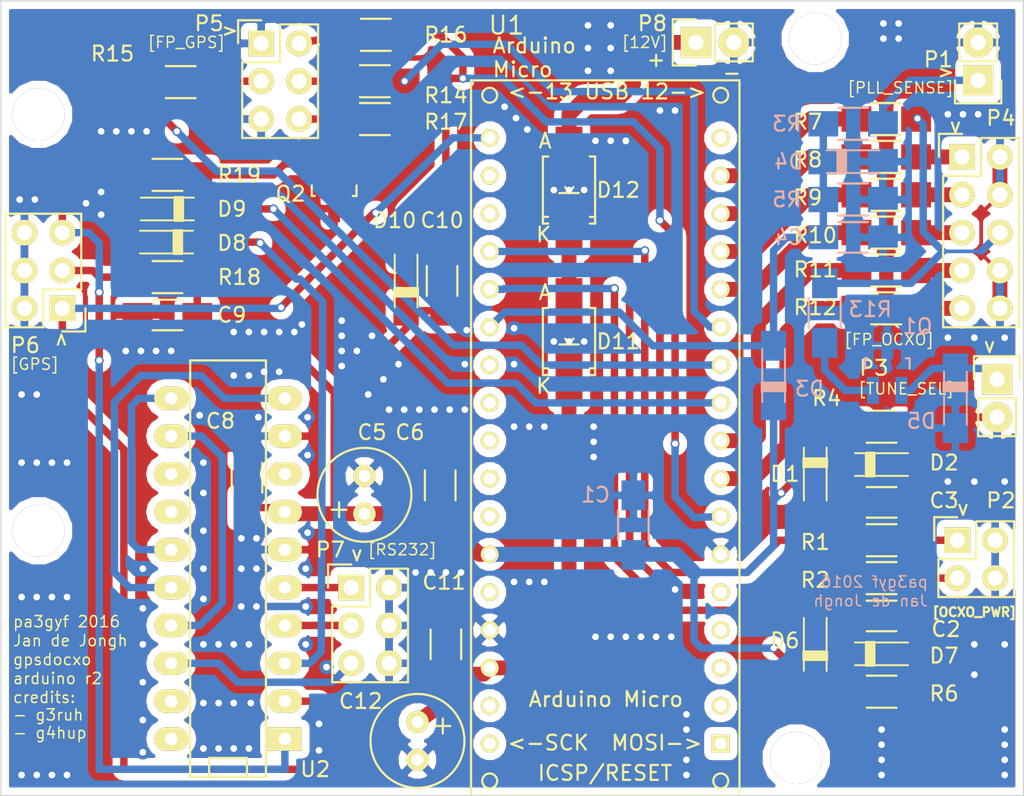
<source format=kicad_pcb>
(kicad_pcb (version 4) (host pcbnew "(after 2015-mar-04 BZR unknown)-product")
  (layers (0 F.Cu signal hide) (31 B.Cu signal hide) (34 B.Paste user) (35 F.Paste user) (36 B.SilkS user) (37 F.SilkS user) (38 B.Mask user) (39 F.Mask user) (44 Edge.Cuts user))
  (net 0 "")
  (net 1 GND)
  (net 2 "Net-(U1-PadSCK)")
  (net 3 "Net-(U1-PadMI)")
  (net 4 "Net-(C11-Pad1)")
  (net 5 +5V)
  (net 6 "Net-(U1-PadA5)")
  (net 7 "Net-(U1-PadA4)")
  (net 8 "Net-(U1-PadA3)")
  (net 9 /A2)
  (net 10 /A1)
  (net 11 /A0)
  (net 12 "Net-(U1-PadAREF)")
  (net 13 "Net-(U1-Pad3.3V)")
  (net 14 gps_tx)
  (net 15 "Net-(U1-PadMO)")
  (net 16 "Net-(U1-PadSS)")
  (net 17 "Net-(U1-PadTX)")
  (net 18 "Net-(U1-PadRX)")
  (net 19 /D2)
  (net 20 /D3)
  (net 21 /D4)
  (net 22 /D5)
  (net 23 /D6)
  (net 24 /D7)
  (net 25 /D8)
  (net 26 /D9)
  (net 27 /D10)
  (net 28 /D11)
  (net 29 "Net-(U1-Pad12)")
  (net 30 gps_pps)
  (net 31 rs232_dte_txd_ttl)
  (net 32 rs232_dce_txd)
  (net 33 rs232_dce_rxd)
  (net 34 "Net-(U2-Pad8)")
  (net 35 "Net-(U2-Pad10)")
  (net 36 "Net-(U2-Pad11)")
  (net 37 "Net-(U2-Pad12)")
  (net 38 "Net-(U2-Pad13)")
  (net 39 "Net-(U2-Pad14)")
  (net 40 rs232_dce_dcd)
  (net 41 "Net-(U2-Pad19)")
  (net 42 "Net-(U2-Pad20)")
  (net 43 gps_rx)
  (net 44 gps_enabled)
  (net 45 fix_red)
  (net 46 fix_green)
  (net 47 pps_green)
  (net 48 "Net-(Q2-Pad1)")
  (net 49 "Net-(Q2-Pad2)")
  (net 50 heater_red)
  (net 51 heater_green)
  (net 52 locked_red)
  (net 53 tune_sel)
  (net 54 locked_green)
  (net 55 tune_man)
  (net 56 tune_pll)
  (net 57 "Net-(Q1-Pad2)")
  (net 58 "Net-(P2-Pad1)")
  (net 59 "Net-(P2-Pad3)")
  (net 60 "Net-(P1-Pad1)")
  (net 61 "Net-(D11-Pad1)")
  (net 62 "Net-(D12-Pad1)")
  (module pa3gyf-kicad:via (layer F.Cu) (at 107.95 97.79)
    (fp_text reference Ref** hide)
    (fp_text value Val** hide)
    (pad 1 thru_hole circle (at -0.254 -1.778) (size 0.97 0.97) (drill 0.45) (layers *.Cu *.Mask) (net 1 GND))
  )
  (module pa3gyf-kicad:via (layer F.Cu) (at 107.95 96.012)
    (fp_text reference Ref** hide)
    (fp_text value Val** hide)
    (pad 1 thru_hole circle (at -0.254 -1.778) (size 0.97 0.97) (drill 0.45) (layers *.Cu *.Mask) (net 1 GND))
  )
  (module pa3gyf-kicad:via (layer F.Cu) (at 126.492 52.197)
    (fp_text reference Ref** hide)
    (fp_text value Val** hide)
    (pad 1 thru_hole circle (at -0.762 -1.778) (size 0.97 0.97) (drill 0.45) (layers *.Cu *.Mask) (net 1 GND))
  )
  (module pa3gyf-kicad:via (layer F.Cu) (at 126.492 49.149)
    (fp_text reference Ref** hide)
    (fp_text value Val** hide)
    (pad 1 thru_hole circle (at -0.762 -1.778) (size 0.97 0.97) (drill 0.45) (layers *.Cu *.Mask) (net 1 GND))
  )
  (module pa3gyf-kicad:via (layer F.Cu) (at 126.492 50.673)
    (fp_text reference Ref** hide)
    (fp_text value Val** hide)
    (pad 1 thru_hole circle (at -0.762 -1.778) (size 0.97 0.97) (drill 0.45) (layers *.Cu *.Mask) (net 1 GND))
  )
  (module pa3gyf-kicad:via (layer F.Cu) (at 128.016 49.149)
    (fp_text reference Ref** hide)
    (fp_text value Val** hide)
    (pad 1 thru_hole circle (at -0.762 -1.778) (size 0.97 0.97) (drill 0.45) (layers *.Cu *.Mask) (net 1 GND))
  )
  (module pa3gyf-kicad:via (layer F.Cu) (at 128.016 50.673)
    (fp_text reference Ref** hide)
    (fp_text value Val** hide)
    (pad 1 thru_hole circle (at -0.762 -1.778) (size 0.97 0.97) (drill 0.45) (layers *.Cu *.Mask) (net 1 GND))
  )
  (module pa3gyf-kicad:via (layer F.Cu) (at 147.32 50.038)
    (fp_text reference Ref** hide)
    (fp_text value Val** hide)
    (pad 1 thru_hole circle (at -0.762 -1.778) (size 0.97 0.97) (drill 0.45) (layers *.Cu *.Mask) (net 1 GND))
  )
  (module pa3gyf-kicad:via (layer F.Cu) (at 146.304 50.038)
    (fp_text reference Ref** hide)
    (fp_text value Val** hide)
    (pad 1 thru_hole circle (at -0.762 -1.778) (size 0.97 0.97) (drill 0.45) (layers *.Cu *.Mask) (net 1 GND))
  )
  (module pa3gyf-kicad:via (layer F.Cu) (at 128.016 52.197)
    (fp_text reference Ref** hide)
    (fp_text value Val** hide)
    (pad 1 thru_hole circle (at -0.762 -1.778) (size 0.97 0.97) (drill 0.45) (layers *.Cu *.Mask) (net 1 GND))
  )
  (module pa3gyf-kicad:via (layer F.Cu) (at 92.329 61.087)
    (fp_text reference Ref** hide)
    (fp_text value Val** hide)
    (pad 1 thru_hole circle (at -0.254 -1.778) (size 0.97 0.97) (drill 0.45) (layers *.Cu *.Mask) (net 1 GND))
  )
  (module pa3gyf-kicad:via (layer F.Cu) (at 93.345 61.849)
    (fp_text reference Ref** hide)
    (fp_text value Val** hide)
    (pad 1 thru_hole circle (at -0.254 -1.778) (size 0.97 0.97) (drill 0.45) (layers *.Cu *.Mask) (net 1 GND))
  )
  (module pa3gyf-kicad:via (layer F.Cu) (at 93.345 60.325)
    (fp_text reference Ref** hide)
    (fp_text value Val** hide)
    (pad 1 thru_hole circle (at -0.254 -1.778) (size 0.97 0.97) (drill 0.45) (layers *.Cu *.Mask) (net 1 GND))
  )
  (module pa3gyf-kicad:via (layer F.Cu) (at 132.588 95.377)
    (fp_text reference Ref** hide)
    (fp_text value Val** hide)
    (pad 1 thru_hole circle (at -0.254 -1.778) (size 0.97 0.97) (drill 0.45) (layers *.Cu *.Mask) (net 1 GND))
  )
  (module pa3gyf-kicad:via (layer F.Cu) (at 132.588 96.393)
    (fp_text reference Ref** hide)
    (fp_text value Val** hide)
    (pad 1 thru_hole circle (at -0.254 -1.778) (size 0.97 0.97) (drill 0.45) (layers *.Cu *.Mask) (net 1 GND))
  )
  (module pa3gyf-kicad:via (layer F.Cu) (at 99.949 75.311)
    (fp_text reference Ref** hide)
    (fp_text value Val** hide)
    (pad 1 thru_hole circle (at -0.254 -1.778) (size 0.97 0.97) (drill 0.45) (layers *.Cu *.Mask) (net 1 GND))
  )
  (module pa3gyf-kicad:via (layer F.Cu) (at 103.886 75.438)
    (fp_text reference Ref** hide)
    (fp_text value Val** hide)
    (pad 1 thru_hole circle (at -0.254 -1.778) (size 0.97 0.97) (drill 0.45) (layers *.Cu *.Mask) (net 1 GND))
  )
  (module pa3gyf-kicad:via (layer F.Cu) (at 99.949 75.311)
    (fp_text reference Ref** hide)
    (fp_text value Val** hide)
    (pad 1 thru_hole circle (at -0.254 -1.778) (size 0.97 0.97) (drill 0.45) (layers *.Cu *.Mask) (net 1 GND))
  )
  (module pa3gyf-kicad:via (layer F.Cu) (at 100.203 87.63)
    (fp_text reference Ref** hide)
    (fp_text value Val** hide)
    (pad 1 thru_hole circle (at -0.254 -1.778) (size 0.97 0.97) (drill 0.45) (layers *.Cu *.Mask) (net 1 GND))
  )
  (module pa3gyf-kicad:via (layer F.Cu) (at 100.203 85.598)
    (fp_text reference Ref** hide)
    (fp_text value Val** hide)
    (pad 1 thru_hole circle (at -0.254 -1.778) (size 0.97 0.97) (drill 0.45) (layers *.Cu *.Mask) (net 1 GND))
  )
  (module pa3gyf-kicad:via (layer F.Cu) (at 100.203 83.058)
    (fp_text reference Ref** hide)
    (fp_text value Val** hide)
    (pad 1 thru_hole circle (at -0.254 -1.778) (size 0.97 0.97) (drill 0.45) (layers *.Cu *.Mask) (net 1 GND))
  )
  (module pa3gyf-kicad:via (layer F.Cu) (at 100.203 80.518)
    (fp_text reference Ref** hide)
    (fp_text value Val** hide)
    (pad 1 thru_hole circle (at -0.254 -1.778) (size 0.97 0.97) (drill 0.45) (layers *.Cu *.Mask) (net 1 GND))
  )
  (module pa3gyf-kicad:via (layer F.Cu) (at 100.203 78.486)
    (fp_text reference Ref** hide)
    (fp_text value Val** hide)
    (pad 1 thru_hole circle (at -0.254 -1.778) (size 0.97 0.97) (drill 0.45) (layers *.Cu *.Mask) (net 1 GND))
  )
  (module pa3gyf-kicad:via (layer F.Cu) (at 122.809 86.487)
    (fp_text reference Ref** hide)
    (fp_text value Val** hide)
    (pad 1 thru_hole circle (at 0 -1.778) (size 0.97 0.97) (drill 0.45) (layers *.Cu *.Mask) (net 1 GND))
  )
  (module pa3gyf-kicad:via (layer F.Cu) (at 122.047 86.487)
    (fp_text reference Ref** hide)
    (fp_text value Val** hide)
    (pad 1 thru_hole circle (at -0.254 -1.778) (size 0.97 0.97) (drill 0.45) (layers *.Cu *.Mask) (net 1 GND))
  )
  (module pa3gyf-kicad:via (layer F.Cu) (at 121.031 86.487)
    (fp_text reference Ref** hide)
    (fp_text value Val** hide)
    (pad 1 thru_hole circle (at -0.254 -1.778) (size 0.97 0.97) (drill 0.45) (layers *.Cu *.Mask) (net 1 GND))
  )
  (module pa3gyf-kicad:via (layer F.Cu) (at 117.475 85.852)
    (fp_text reference Ref** hide)
    (fp_text value Val** hide)
    (pad 1 thru_hole circle (at -0.254 -1.778) (size 0.97 0.97) (drill 0.45) (layers *.Cu *.Mask) (net 1 GND))
  )
  (module pa3gyf-kicad:via (layer F.Cu) (at 116.459 85.852)
    (fp_text reference Ref** hide)
    (fp_text value Val** hide)
    (pad 1 thru_hole circle (at -0.254 -1.778) (size 0.97 0.97) (drill 0.45) (layers *.Cu *.Mask) (net 1 GND))
  )
  (module pa3gyf-kicad:via (layer F.Cu) (at 115.443 85.852)
    (fp_text reference Ref** hide)
    (fp_text value Val** hide)
    (pad 1 thru_hole circle (at -0.254 -1.778) (size 0.97 0.97) (drill 0.45) (layers *.Cu *.Mask) (net 1 GND))
  )
  (module pa3gyf-kicad:via (layer F.Cu) (at 114.427 85.852)
    (fp_text reference Ref** hide)
    (fp_text value Val** hide)
    (pad 1 thru_hole circle (at -0.254 -1.778) (size 0.97 0.97) (drill 0.45) (layers *.Cu *.Mask) (net 1 GND))
  )
  (module pa3gyf-kicad:via (layer F.Cu) (at 153.924 99.441)
    (fp_text reference Ref** hide)
    (fp_text value Val** hide)
    (pad 1 thru_hole circle (at -0.254 -1.778) (size 0.97 0.97) (drill 0.45) (layers *.Cu *.Mask) (net 1 GND))
  )
  (module pa3gyf-kicad:via (layer F.Cu) (at 153.924 96.266)
    (fp_text reference Ref** hide)
    (fp_text value Val** hide)
    (pad 1 thru_hole circle (at -0.254 -1.651) (size 0.97 0.97) (drill 0.45) (layers *.Cu *.Mask) (net 1 GND))
  )
  (module pa3gyf-kicad:via (layer F.Cu) (at 153.924 97.282)
    (fp_text reference Ref** hide)
    (fp_text value Val** hide)
    (pad 1 thru_hole circle (at -0.254 -1.651) (size 0.97 0.97) (drill 0.45) (layers *.Cu *.Mask) (net 1 GND))
  )
  (module pa3gyf-kicad:via (layer F.Cu) (at 153.924 98.298)
    (fp_text reference Ref** hide)
    (fp_text value Val** hide)
    (pad 1 thru_hole circle (at -0.254 -1.651) (size 0.97 0.97) (drill 0.45) (layers *.Cu *.Mask) (net 1 GND))
  )
  (module pa3gyf-kicad:via (layer F.Cu) (at 145.669 99.441)
    (fp_text reference Ref** hide)
    (fp_text value Val** hide)
    (pad 1 thru_hole circle (at -0.254 -1.778) (size 0.97 0.97) (drill 0.45) (layers *.Cu *.Mask) (net 1 GND))
  )
  (module pa3gyf-kicad:via (layer F.Cu) (at 145.669 98.425)
    (fp_text reference Ref** hide)
    (fp_text value Val** hide)
    (pad 1 thru_hole circle (at -0.254 -1.778) (size 0.97 0.97) (drill 0.45) (layers *.Cu *.Mask) (net 1 GND))
  )
  (module pa3gyf-kicad:via (layer F.Cu) (at 145.669 97.409)
    (fp_text reference Ref** hide)
    (fp_text value Val** hide)
    (pad 1 thru_hole circle (at -0.254 -1.778) (size 0.97 0.97) (drill 0.45) (layers *.Cu *.Mask) (net 1 GND))
  )
  (module pa3gyf-kicad:via (layer F.Cu) (at 145.669 96.393)
    (fp_text reference Ref** hide)
    (fp_text value Val** hide)
    (pad 1 thru_hole circle (at -0.254 -1.778) (size 0.97 0.97) (drill 0.45) (layers *.Cu *.Mask) (net 1 GND))
  )
  (module pa3gyf-kicad:via (layer F.Cu) (at 132.588 98.425)
    (fp_text reference Ref** hide)
    (fp_text value Val** hide)
    (pad 1 thru_hole circle (at -0.254 -1.778) (size 0.97 0.97) (drill 0.45) (layers *.Cu *.Mask) (net 1 GND))
  )
  (module pa3gyf-kicad:via (layer F.Cu) (at 132.588 99.441)
    (fp_text reference Ref** hide)
    (fp_text value Val** hide)
    (pad 1 thru_hole circle (at -0.254 -1.778) (size 0.97 0.97) (drill 0.45) (layers *.Cu *.Mask) (net 1 GND))
  )
  (module pa3gyf-kicad:via (layer F.Cu) (at 93.345 56.261)
    (fp_text reference Ref** hide)
    (fp_text value Val** hide)
    (pad 1 thru_hole circle (at -0.254 -1.778) (size 0.97 0.97) (drill 0.45) (layers *.Cu *.Mask) (net 1 GND))
  )
  (module pa3gyf-kicad:via (layer F.Cu) (at 94.361 56.261)
    (fp_text reference Ref** hide)
    (fp_text value Val** hide)
    (pad 1 thru_hole circle (at -0.254 -1.778) (size 0.97 0.97) (drill 0.45) (layers *.Cu *.Mask) (net 1 GND))
  )
  (module pa3gyf-kicad:via (layer F.Cu) (at 95.377 56.261)
    (fp_text reference Ref** hide)
    (fp_text value Val** hide)
    (pad 1 thru_hole circle (at -0.254 -1.778) (size 0.97 0.97) (drill 0.45) (layers *.Cu *.Mask) (net 1 GND))
  )
  (module pa3gyf-kicad:via (layer F.Cu) (at 96.393 56.261)
    (fp_text reference Ref** hide)
    (fp_text value Val** hide)
    (pad 1 thru_hole circle (at -0.254 -1.778) (size 0.97 0.97) (drill 0.45) (layers *.Cu *.Mask) (net 1 GND))
  )
  (module pa3gyf-kicad:via (layer F.Cu) (at 98.044 70.993)
    (fp_text reference Ref** hide)
    (fp_text value Val** hide)
    (pad 1 thru_hole circle (at -0.254 -1.778) (size 0.97 0.97) (drill 0.45) (layers *.Cu *.Mask) (net 1 GND))
  )
  (module pa3gyf-kicad:via (layer F.Cu) (at 97.028 70.993)
    (fp_text reference Ref** hide)
    (fp_text value Val** hide)
    (pad 1 thru_hole circle (at -0.254 -1.778) (size 0.97 0.97) (drill 0.45) (layers *.Cu *.Mask) (net 1 GND))
  )
  (module pa3gyf-kicad:via (layer F.Cu) (at 96.012 70.993)
    (fp_text reference Ref** hide)
    (fp_text value Val** hide)
    (pad 1 thru_hole circle (at -0.254 -1.778) (size 0.97 0.97) (drill 0.45) (layers *.Cu *.Mask) (net 1 GND))
  )
  (module pa3gyf-kicad:via (layer F.Cu) (at 94.996 70.993)
    (fp_text reference Ref** hide)
    (fp_text value Val** hide)
    (pad 1 thru_hole circle (at -0.254 -1.778) (size 0.97 0.97) (drill 0.45) (layers *.Cu *.Mask) (net 1 GND))
  )
  (module pa3gyf-kicad:via (layer F.Cu) (at 106.807 69.215)
    (fp_text reference Ref** hide)
    (fp_text value Val** hide)
    (pad 1 thru_hole circle (at -0.254 -1.778) (size 0.97 0.97) (drill 0.45) (layers *.Cu *.Mask) (net 1 GND))
  )
  (module pa3gyf-kicad:via (layer F.Cu) (at 106.299 69.723)
    (fp_text reference Ref** hide)
    (fp_text value Val** hide)
    (pad 1 thru_hole circle (at -0.254 -1.778) (size 0.97 0.97) (drill 0.45) (layers *.Cu *.Mask) (net 1 GND))
  )
  (module pa3gyf-kicad:via (layer F.Cu) (at 109.474 68.961)
    (fp_text reference Ref** hide)
    (fp_text value Val** hide)
    (pad 1 thru_hole circle (at -0.254 -1.778) (size 0.97 0.97) (drill 0.45) (layers *.Cu *.Mask) (net 1 GND))
  )
  (module pa3gyf-kicad:via (layer F.Cu) (at 109.474 69.977)
    (fp_text reference Ref** hide)
    (fp_text value Val** hide)
    (pad 1 thru_hole circle (at -0.254 -1.778) (size 0.97 0.97) (drill 0.45) (layers *.Cu *.Mask) (net 1 GND))
  )
  (module pa3gyf-kicad:via (layer F.Cu) (at 109.474 70.993)
    (fp_text reference Ref** hide)
    (fp_text value Val** hide)
    (pad 1 thru_hole circle (at -0.254 -1.778) (size 0.97 0.97) (drill 0.45) (layers *.Cu *.Mask) (net 1 GND))
  )
  (module pa3gyf-kicad:via (layer F.Cu) (at 105.283 72.39)
    (fp_text reference Ref** hide)
    (fp_text value Val** hide)
    (pad 1 thru_hole circle (at -0.254 -1.778) (size 0.97 0.97) (drill 0.45) (layers *.Cu *.Mask) (net 1 GND))
  )
  (module pa3gyf-kicad:via (layer F.Cu) (at 104.267 72.39)
    (fp_text reference Ref** hide)
    (fp_text value Val** hide)
    (pad 1 thru_hole circle (at -0.254 -1.778) (size 0.97 0.97) (drill 0.45) (layers *.Cu *.Mask) (net 1 GND))
  )
  (module pa3gyf-kicad:via (layer F.Cu) (at 103.251 72.644)
    (fp_text reference Ref** hide)
    (fp_text value Val** hide)
    (pad 1 thru_hole circle (at -0.254 -1.778) (size 0.97 0.97) (drill 0.45) (layers *.Cu *.Mask) (net 1 GND))
  )
  (module pa3gyf-kicad:via (layer F.Cu) (at 102.235 72.644)
    (fp_text reference Ref** hide)
    (fp_text value Val** hide)
    (pad 1 thru_hole circle (at -0.254 -1.778) (size 0.97 0.97) (drill 0.45) (layers *.Cu *.Mask) (net 1 GND))
  )
  (module pa3gyf-kicad:via (layer F.Cu) (at 105.283 69.723)
    (fp_text reference Ref** hide)
    (fp_text value Val** hide)
    (pad 1 thru_hole circle (at -0.254 -1.778) (size 0.97 0.97) (drill 0.45) (layers *.Cu *.Mask) (net 1 GND))
  )
  (module pa3gyf-kicad:via (layer F.Cu) (at 104.267 69.723)
    (fp_text reference Ref** hide)
    (fp_text value Val** hide)
    (pad 1 thru_hole circle (at -0.254 -1.778) (size 0.97 0.97) (drill 0.45) (layers *.Cu *.Mask) (net 1 GND))
  )
  (module pa3gyf-kicad:via (layer F.Cu) (at 103.251 69.723)
    (fp_text reference Ref** hide)
    (fp_text value Val** hide)
    (pad 1 thru_hole circle (at -0.254 -1.778) (size 0.97 0.97) (drill 0.45) (layers *.Cu *.Mask) (net 1 GND))
  )
  (module pa3gyf-kicad:via (layer F.Cu) (at 102.235 69.723)
    (fp_text reference Ref** hide)
    (fp_text value Val** hide)
    (pad 1 thru_hole circle (at -0.254 -1.778) (size 0.97 0.97) (drill 0.45) (layers *.Cu *.Mask) (net 1 GND))
  )
  (module pa3gyf-kicad:via (layer F.Cu) (at 107.188 75.438)
    (fp_text reference Ref** hide)
    (fp_text value Val** hide)
    (pad 1 thru_hole circle (at -0.254 -1.778) (size 0.97 0.97) (drill 0.45) (layers *.Cu *.Mask) (net 1 GND))
  )
  (module pa3gyf-kicad:via (layer F.Cu) (at 107.188 77.978)
    (fp_text reference Ref** hide)
    (fp_text value Val** hide)
    (pad 1 thru_hole circle (at -0.254 -1.778) (size 0.97 0.97) (drill 0.45) (layers *.Cu *.Mask) (net 1 GND))
  )
  (module pa3gyf-kicad:via (layer F.Cu) (at 107.188 83.185)
    (fp_text reference Ref** hide)
    (fp_text value Val** hide)
    (pad 1 thru_hole circle (at -0.254 -1.778) (size 0.97 0.97) (drill 0.45) (layers *.Cu *.Mask) (net 1 GND))
  )
  (module pa3gyf-kicad:via (layer F.Cu) (at 107.061 85.598)
    (fp_text reference Ref** hide)
    (fp_text value Val** hide)
    (pad 1 thru_hole circle (at -0.254 -1.778) (size 0.97 0.97) (drill 0.45) (layers *.Cu *.Mask) (net 1 GND))
  )
  (module pa3gyf-kicad:via (layer F.Cu) (at 107.061 88.138)
    (fp_text reference Ref** hide)
    (fp_text value Val** hide)
    (pad 1 thru_hole circle (at -0.254 -1.778) (size 0.97 0.97) (drill 0.45) (layers *.Cu *.Mask) (net 1 GND))
  )
  (module pa3gyf-kicad:via (layer F.Cu) (at 108.458 92.202)
    (fp_text reference Ref** hide)
    (fp_text value Val** hide)
    (pad 1 thru_hole circle (at -0.254 -1.778) (size 0.97 0.97) (drill 0.45) (layers *.Cu *.Mask) (net 1 GND))
  )
  (module pa3gyf-kicad:via (layer F.Cu) (at 107.061 90.678)
    (fp_text reference Ref** hide)
    (fp_text value Val** hide)
    (pad 1 thru_hole circle (at -0.254 -1.778) (size 0.97 0.97) (drill 0.45) (layers *.Cu *.Mask) (net 1 GND))
  )
  (module pa3gyf-kicad:via (layer F.Cu) (at 103.759 88.138)
    (fp_text reference Ref** hide)
    (fp_text value Val** hide)
    (pad 1 thru_hole circle (at -0.254 -1.778) (size 0.97 0.97) (drill 0.45) (layers *.Cu *.Mask) (net 1 GND))
  )
  (module pa3gyf-kicad:via (layer F.Cu) (at 102.743 88.138)
    (fp_text reference Ref** hide)
    (fp_text value Val** hide)
    (pad 1 thru_hole circle (at -0.254 -1.778) (size 0.97 0.97) (drill 0.45) (layers *.Cu *.Mask) (net 1 GND))
  )
  (module pa3gyf-kicad:via (layer F.Cu) (at 103.759 85.598)
    (fp_text reference Ref** hide)
    (fp_text value Val** hide)
    (pad 1 thru_hole circle (at -0.254 -1.778) (size 0.97 0.97) (drill 0.45) (layers *.Cu *.Mask) (net 1 GND))
  )
  (module pa3gyf-kicad:via (layer F.Cu) (at 102.743 85.598)
    (fp_text reference Ref** hide)
    (fp_text value Val** hide)
    (pad 1 thru_hole circle (at -0.254 -1.778) (size 0.97 0.97) (drill 0.45) (layers *.Cu *.Mask) (net 1 GND))
  )
  (module pa3gyf-kicad:via (layer F.Cu) (at 102.743 83.566)
    (fp_text reference Ref** hide)
    (fp_text value Val** hide)
    (pad 1 thru_hole circle (at -0.254 -1.778) (size 0.97 0.97) (drill 0.45) (layers *.Cu *.Mask) (net 1 GND))
  )
  (module pa3gyf-kicad:via (layer F.Cu) (at 103.759 83.566)
    (fp_text reference Ref** hide)
    (fp_text value Val** hide)
    (pad 1 thru_hole circle (at -0.254 -1.778) (size 0.97 0.97) (drill 0.45) (layers *.Cu *.Mask) (net 1 GND))
  )
  (module pa3gyf-kicad:via (layer F.Cu) (at 103.251 90.678)
    (fp_text reference Ref** hide)
    (fp_text value Val** hide)
    (pad 1 thru_hole circle (at -0.254 -1.778) (size 0.97 0.97) (drill 0.45) (layers *.Cu *.Mask) (net 1 GND))
  )
  (module pa3gyf-kicad:via (layer F.Cu) (at 102.235 90.678)
    (fp_text reference Ref** hide)
    (fp_text value Val** hide)
    (pad 1 thru_hole circle (at -0.254 -1.778) (size 0.97 0.97) (drill 0.45) (layers *.Cu *.Mask) (net 1 GND))
  )
  (module pa3gyf-kicad:via (layer F.Cu) (at 101.219 90.678)
    (fp_text reference Ref** hide)
    (fp_text value Val** hide)
    (pad 1 thru_hole circle (at -0.254 -1.778) (size 0.97 0.97) (drill 0.45) (layers *.Cu *.Mask) (net 1 GND))
  )
  (module pa3gyf-kicad:via (layer F.Cu) (at 100.203 90.678)
    (fp_text reference Ref** hide)
    (fp_text value Val** hide)
    (pad 1 thru_hole circle (at -0.254 -1.778) (size 0.97 0.97) (drill 0.45) (layers *.Cu *.Mask) (net 1 GND))
  )
  (module pa3gyf-kicad:via (layer F.Cu) (at 100.203 94.107)
    (fp_text reference Ref** hide)
    (fp_text value Val** hide)
    (pad 1 thru_hole circle (at -0.254 -1.27) (size 0.97 0.97) (drill 0.45) (layers *.Cu *.Mask) (net 1 GND))
  )
  (module pa3gyf-kicad:via (layer F.Cu) (at 101.219 94.107)
    (fp_text reference Ref** hide)
    (fp_text value Val** hide)
    (pad 1 thru_hole circle (at -0.254 -1.27) (size 0.97 0.97) (drill 0.45) (layers *.Cu *.Mask) (net 1 GND))
  )
  (module pa3gyf-kicad:via (layer F.Cu) (at 102.235 94.107)
    (fp_text reference Ref** hide)
    (fp_text value Val** hide)
    (pad 1 thru_hole circle (at -0.254 -1.27) (size 0.97 0.97) (drill 0.45) (layers *.Cu *.Mask) (net 1 GND))
  )
  (module pa3gyf-kicad:via (layer F.Cu) (at 103.378 94.234)
    (fp_text reference Ref** hide)
    (fp_text value Val** hide)
    (pad 1 thru_hole circle (at -0.254 -1.397) (size 0.97 0.97) (drill 0.45) (layers *.Cu *.Mask) (net 1 GND))
  )
  (module pa3gyf-kicad:via (layer F.Cu) (at 103.251 97.663)
    (fp_text reference Ref** hide)
    (fp_text value Val** hide)
    (pad 1 thru_hole circle (at -0.254 -1.778) (size 0.97 0.97) (drill 0.45) (layers *.Cu *.Mask) (net 1 GND))
  )
  (module pa3gyf-kicad:via (layer F.Cu) (at 102.235 97.663)
    (fp_text reference Ref** hide)
    (fp_text value Val** hide)
    (pad 1 thru_hole circle (at -0.254 -1.778) (size 0.97 0.97) (drill 0.45) (layers *.Cu *.Mask) (net 1 GND))
  )
  (module pa3gyf-kicad:via (layer F.Cu) (at 101.219 97.663)
    (fp_text reference Ref** hide)
    (fp_text value Val** hide)
    (pad 1 thru_hole circle (at -0.254 -1.778) (size 0.97 0.97) (drill 0.45) (layers *.Cu *.Mask) (net 1 GND))
  )
  (module pa3gyf-kicad:via (layer F.Cu) (at 100.203 97.663)
    (fp_text reference Ref** hide)
    (fp_text value Val** hide)
    (pad 1 thru_hole circle (at -0.254 -1.778) (size 0.97 0.97) (drill 0.45) (layers *.Cu *.Mask) (net 1 GND))
  )
  (module pa3gyf-kicad:via (layer F.Cu) (at 96.139 97.917)
    (fp_text reference Ref** hide)
    (fp_text value Val** hide)
    (pad 1 thru_hole circle (at -0.254 -1.778) (size 0.97 0.97) (drill 0.45) (layers *.Cu *.Mask) (net 1 GND))
  )
  (module pa3gyf-kicad:via (layer F.Cu) (at 96.139 95.758)
    (fp_text reference Ref** hide)
    (fp_text value Val** hide)
    (pad 1 thru_hole circle (at -0.254 -1.778) (size 0.97 0.97) (drill 0.45) (layers *.Cu *.Mask) (net 1 GND))
  )
  (module pa3gyf-kicad:via (layer F.Cu) (at 96.139 93.218)
    (fp_text reference Ref** hide)
    (fp_text value Val** hide)
    (pad 1 thru_hole circle (at -0.254 -1.778) (size 0.97 0.97) (drill 0.45) (layers *.Cu *.Mask) (net 1 GND))
  )
  (module pa3gyf-kicad:via (layer F.Cu) (at 96.139 90.678)
    (fp_text reference Ref** hide)
    (fp_text value Val** hide)
    (pad 1 thru_hole circle (at -0.254 -1.778) (size 0.97 0.97) (drill 0.45) (layers *.Cu *.Mask) (net 1 GND))
  )
  (module pa3gyf-kicad:via (layer F.Cu) (at 96.139 85.598)
    (fp_text reference Ref** hide)
    (fp_text value Val** hide)
    (pad 1 thru_hole circle (at -0.254 -1.778) (size 0.97 0.97) (drill 0.45) (layers *.Cu *.Mask) (net 1 GND))
  )
  (module pa3gyf-kicad:via (layer F.Cu) (at 96.139 88.265)
    (fp_text reference Ref** hide)
    (fp_text value Val** hide)
    (pad 1 thru_hole circle (at -0.254 -1.778) (size 0.97 0.97) (drill 0.45) (layers *.Cu *.Mask) (net 1 GND))
  )
  (module pa3gyf-kicad:via (layer F.Cu) (at 91.059 99.441)
    (fp_text reference Ref** hide)
    (fp_text value Val** hide)
    (pad 1 thru_hole circle (at -0.254 -1.778) (size 0.97 0.97) (drill 0.45) (layers *.Cu *.Mask) (net 1 GND))
  )
  (module pa3gyf-kicad:via (layer F.Cu) (at 90.043 99.441)
    (fp_text reference Ref** hide)
    (fp_text value Val** hide)
    (pad 1 thru_hole circle (at -0.254 -1.778) (size 0.97 0.97) (drill 0.45) (layers *.Cu *.Mask) (net 1 GND))
  )
  (module pa3gyf-kicad:via (layer F.Cu) (at 89.027 99.441)
    (fp_text reference Ref** hide)
    (fp_text value Val** hide)
    (pad 1 thru_hole circle (at -0.254 -1.778) (size 0.97 0.97) (drill 0.45) (layers *.Cu *.Mask) (net 1 GND))
  )
  (module pa3gyf-kicad:via (layer F.Cu) (at 88.011 99.441)
    (fp_text reference Ref** hide)
    (fp_text value Val** hide)
    (pad 1 thru_hole circle (at -0.254 -1.778) (size 0.97 0.97) (drill 0.45) (layers *.Cu *.Mask) (net 1 GND))
  )
  (module pa3gyf-kicad:via (layer F.Cu) (at 88.011 87.503)
    (fp_text reference Ref** hide)
    (fp_text value Val** hide)
    (pad 1 thru_hole circle (at -0.254 -1.778) (size 0.97 0.97) (drill 0.45) (layers *.Cu *.Mask) (net 1 GND))
  )
  (module pa3gyf-kicad:via (layer F.Cu) (at 89.027 87.503)
    (fp_text reference Ref** hide)
    (fp_text value Val** hide)
    (pad 1 thru_hole circle (at -0.254 -1.778) (size 0.97 0.97) (drill 0.45) (layers *.Cu *.Mask) (net 1 GND))
  )
  (module pa3gyf-kicad:via (layer F.Cu) (at 90.043 87.503)
    (fp_text reference Ref** hide)
    (fp_text value Val** hide)
    (pad 1 thru_hole circle (at -0.254 -1.778) (size 0.97 0.97) (drill 0.45) (layers *.Cu *.Mask) (net 1 GND))
  )
  (module pa3gyf-kicad:via (layer F.Cu) (at 91.059 87.503)
    (fp_text reference Ref** hide)
    (fp_text value Val** hide)
    (pad 1 thru_hole circle (at -0.254 -1.778) (size 0.97 0.97) (drill 0.45) (layers *.Cu *.Mask) (net 1 GND))
  )
  (module pa3gyf-kicad:via (layer F.Cu) (at 91.059 78.486)
    (fp_text reference Ref** hide)
    (fp_text value Val** hide)
    (pad 1 thru_hole circle (at -0.254 -1.778) (size 0.97 0.97) (drill 0.45) (layers *.Cu *.Mask) (net 1 GND))
  )
  (module pa3gyf-kicad:via (layer F.Cu) (at 90.043 78.486)
    (fp_text reference Ref** hide)
    (fp_text value Val** hide)
    (pad 1 thru_hole circle (at -0.254 -1.778) (size 0.97 0.97) (drill 0.45) (layers *.Cu *.Mask) (net 1 GND))
  )
  (module pa3gyf-kicad:via (layer F.Cu) (at 89.027 78.486)
    (fp_text reference Ref** hide)
    (fp_text value Val** hide)
    (pad 1 thru_hole circle (at -0.254 -1.778) (size 0.97 0.97) (drill 0.45) (layers *.Cu *.Mask) (net 1 GND))
  )
  (module pa3gyf-kicad:via (layer F.Cu) (at 88.011 78.486)
    (fp_text reference Ref** hide)
    (fp_text value Val** hide)
    (pad 1 thru_hole circle (at -0.254 -1.778) (size 0.97 0.97) (drill 0.45) (layers *.Cu *.Mask) (net 1 GND))
  )
  (module pa3gyf-kicad:via (layer F.Cu) (at 88.011 73.914)
    (fp_text reference Ref** hide)
    (fp_text value Val** hide)
    (pad 1 thru_hole circle (at -0.254 -1.778) (size 0.97 0.97) (drill 0.45) (layers *.Cu *.Mask) (net 1 GND))
  )
  (module pa3gyf-kicad:via (layer F.Cu) (at 89.027 73.914)
    (fp_text reference Ref** hide)
    (fp_text value Val** hide)
    (pad 1 thru_hole circle (at -0.254 -1.778) (size 0.97 0.97) (drill 0.45) (layers *.Cu *.Mask) (net 1 GND))
  )
  (module pa3gyf-kicad:via (layer F.Cu) (at 88.9 60.833)
    (fp_text reference Ref** hide)
    (fp_text value Val** hide)
    (pad 1 thru_hole circle (at -0.254 -1.778) (size 0.97 0.97) (drill 0.45) (layers *.Cu *.Mask) (net 1 GND))
  )
  (module pa3gyf-kicad:via (layer F.Cu) (at 87.884 60.833)
    (fp_text reference Ref** hide)
    (fp_text value Val** hide)
    (pad 1 thru_hole circle (at -0.254 -1.778) (size 0.97 0.97) (drill 0.45) (layers *.Cu *.Mask) (net 1 GND))
  )
  (module pa3gyf-kicad:via (layer F.Cu) (at 131.572 90.17)
    (fp_text reference Ref** hide)
    (fp_text value Val** hide)
    (pad 1 thru_hole circle (at -0.254 -1.778) (size 0.97 0.97) (drill 0.45) (layers *.Cu *.Mask) (net 1 GND))
  )
  (module pa3gyf-kicad:via (layer F.Cu) (at 130.556 90.17)
    (fp_text reference Ref** hide)
    (fp_text value Val** hide)
    (pad 1 thru_hole circle (at -0.254 -1.778) (size 0.97 0.97) (drill 0.45) (layers *.Cu *.Mask) (net 1 GND))
  )
  (module pa3gyf-kicad:via (layer F.Cu) (at 129.54 90.17)
    (fp_text reference Ref** hide)
    (fp_text value Val** hide)
    (pad 1 thru_hole circle (at -0.254 -1.778) (size 0.97 0.97) (drill 0.45) (layers *.Cu *.Mask) (net 1 GND))
  )
  (module pa3gyf-kicad:via (layer F.Cu) (at 128.524 90.17)
    (fp_text reference Ref** hide)
    (fp_text value Val** hide)
    (pad 1 thru_hole circle (at -0.254 -1.778) (size 0.97 0.97) (drill 0.45) (layers *.Cu *.Mask) (net 1 GND))
  )
  (module pa3gyf-kicad:via (layer F.Cu) (at 127.508 90.17)
    (fp_text reference Ref** hide)
    (fp_text value Val** hide)
    (pad 1 thru_hole circle (at -0.254 -1.778) (size 0.97 0.97) (drill 0.45) (layers *.Cu *.Mask) (net 1 GND))
  )
  (module pa3gyf-kicad:via (layer F.Cu) (at 126.492 90.17)
    (fp_text reference Ref** hide)
    (fp_text value Val** hide)
    (pad 1 thru_hole circle (at -0.254 -1.778) (size 0.97 0.97) (drill 0.45) (layers *.Cu *.Mask) (net 1 GND))
  )
  (module pa3gyf-kicad:via (layer F.Cu) (at 131.826 86.995)
    (fp_text reference Ref** hide)
    (fp_text value Val** hide)
    (pad 1 thru_hole circle (at -0.254 -1.778) (size 0.97 0.97) (drill 0.45) (layers *.Cu *.Mask) (net 1 GND))
  )
  (module pa3gyf-kicad:via (layer F.Cu) (at 126.365 78.105)
    (fp_text reference Ref** hide)
    (fp_text value Val** hide)
    (pad 1 thru_hole circle (at -0.254 -1.778) (size 0.97 0.97) (drill 0.45) (layers *.Cu *.Mask) (net 1 GND))
  )
  (module pa3gyf-kicad:via (layer F.Cu) (at 126.365 77.089)
    (fp_text reference Ref** hide)
    (fp_text value Val** hide)
    (pad 1 thru_hole circle (at -0.254 -1.778) (size 0.97 0.97) (drill 0.45) (layers *.Cu *.Mask) (net 1 GND))
  )
  (module pa3gyf-kicad:via (layer F.Cu) (at 126.365 76.073)
    (fp_text reference Ref** hide)
    (fp_text value Val** hide)
    (pad 1 thru_hole circle (at -0.254 -1.778) (size 0.97 0.97) (drill 0.45) (layers *.Cu *.Mask) (net 1 GND))
  )
  (module pa3gyf-kicad:via (layer F.Cu) (at 121.031 76.073)
    (fp_text reference Ref** hide)
    (fp_text value Val** hide)
    (pad 1 thru_hole circle (at -0.254 -1.778) (size 0.97 0.97) (drill 0.45) (layers *.Cu *.Mask) (net 1 GND))
  )
  (module pa3gyf-kicad:via (layer F.Cu) (at 122.047 76.073)
    (fp_text reference Ref** hide)
    (fp_text value Val** hide)
    (pad 1 thru_hole circle (at -0.254 -1.778) (size 0.97 0.97) (drill 0.45) (layers *.Cu *.Mask) (net 1 GND))
  )
  (module pa3gyf-kicad:via (layer F.Cu) (at 122.809 76.073)
    (fp_text reference Ref** hide)
    (fp_text value Val** hide)
    (pad 1 thru_hole circle (at 0 -1.778) (size 0.97 0.97) (drill 0.45) (layers *.Cu *.Mask) (net 1 GND))
  )
  (module pa3gyf-kicad:via (layer F.Cu) (at 112.649 74.93)
    (fp_text reference Ref** hide)
    (fp_text value Val** hide)
    (pad 1 thru_hole circle (at -0.254 -1.778) (size 0.97 0.97) (drill 0.45) (layers *.Cu *.Mask) (net 1 GND))
  )
  (module pa3gyf-kicad:via (layer F.Cu) (at 113.665 74.93)
    (fp_text reference Ref** hide)
    (fp_text value Val** hide)
    (pad 1 thru_hole circle (at -0.254 -1.778) (size 0.97 0.97) (drill 0.45) (layers *.Cu *.Mask) (net 1 GND))
  )
  (module pa3gyf-kicad:via (layer F.Cu) (at 114.681 74.93)
    (fp_text reference Ref** hide)
    (fp_text value Val** hide)
    (pad 1 thru_hole circle (at -0.254 -1.778) (size 0.97 0.97) (drill 0.45) (layers *.Cu *.Mask) (net 1 GND))
  )
  (module pa3gyf-kicad:via (layer F.Cu) (at 115.697 74.93)
    (fp_text reference Ref** hide)
    (fp_text value Val** hide)
    (pad 1 thru_hole circle (at -0.254 -1.778) (size 0.97 0.97) (drill 0.45) (layers *.Cu *.Mask) (net 1 GND))
  )
  (module pa3gyf-kicad:via (layer F.Cu) (at 116.713 74.93)
    (fp_text reference Ref** hide)
    (fp_text value Val** hide)
    (pad 1 thru_hole circle (at -0.254 -1.778) (size 0.97 0.97) (drill 0.45) (layers *.Cu *.Mask) (net 1 GND))
  )
  (module pa3gyf-kicad:via (layer F.Cu) (at 117.729 74.93)
    (fp_text reference Ref** hide)
    (fp_text value Val** hide)
    (pad 1 thru_hole circle (at -0.254 -1.778) (size 0.97 0.97) (drill 0.45) (layers *.Cu *.Mask) (net 1 GND))
  )
  (module pa3gyf-kicad:via (layer F.Cu) (at 111.506 69.977)
    (fp_text reference Ref** hide)
    (fp_text value Val** hide)
    (pad 1 thru_hole circle (at -0.254 -1.778) (size 0.97 0.97) (drill 0.45) (layers *.Cu *.Mask) (net 1 GND))
  )
  (module pa3gyf-kicad:via (layer F.Cu) (at 110.49 70.993)
    (fp_text reference Ref** hide)
    (fp_text value Val** hide)
    (pad 1 thru_hole circle (at -0.254 -1.778) (size 0.97 0.97) (drill 0.45) (layers *.Cu *.Mask) (net 1 GND))
  )
  (module pa3gyf-kicad:via (layer F.Cu) (at 109.474 72.009)
    (fp_text reference Ref** hide)
    (fp_text value Val** hide)
    (pad 1 thru_hole circle (at -0.254 -1.778) (size 0.97 0.97) (drill 0.45) (layers *.Cu *.Mask) (net 1 GND))
  )
  (module pa3gyf-kicad:via (layer F.Cu) (at 111.252 73.914)
    (fp_text reference Ref** hide)
    (fp_text value Val** hide)
    (pad 1 thru_hole circle (at -0.254 -1.778) (size 0.97 0.97) (drill 0.45) (layers *.Cu *.Mask) (net 1 GND))
  )
  (module pa3gyf-kicad:via (layer F.Cu) (at 112.268 72.898)
    (fp_text reference Ref** hide)
    (fp_text value Val** hide)
    (pad 1 thru_hole circle (at -0.254 -1.778) (size 0.97 0.97) (drill 0.45) (layers *.Cu *.Mask) (net 1 GND))
  )
  (module pa3gyf-kicad:via (layer F.Cu) (at 113.284 71.882)
    (fp_text reference Ref** hide)
    (fp_text value Val** hide)
    (pad 1 thru_hole circle (at -0.254 -1.778) (size 0.97 0.97) (drill 0.45) (layers *.Cu *.Mask) (net 1 GND))
  )
  (module pa3gyf-kicad:via (layer F.Cu) (at 117.856 69.596)
    (fp_text reference Ref** hide)
    (fp_text value Val** hide)
    (pad 1 thru_hole circle (at -0.254 -1.778) (size 0.97 0.97) (drill 0.45) (layers *.Cu *.Mask) (net 1 GND))
  )
  (module pa3gyf-kicad:via (layer F.Cu) (at 121.031 69.469)
    (fp_text reference Ref** hide)
    (fp_text value Val** hide)
    (pad 1 thru_hole circle (at -0.254 -1.778) (size 0.97 0.97) (drill 0.45) (layers *.Cu *.Mask) (net 1 GND))
  )
  (module pa3gyf-kicad:via (layer F.Cu) (at 117.729 71.882)
    (fp_text reference Ref** hide)
    (fp_text value Val** hide)
    (pad 1 thru_hole circle (at -0.254 -1.778) (size 0.97 0.97) (drill 0.45) (layers *.Cu *.Mask) (net 1 GND))
  )
  (module pa3gyf-kicad:via (layer F.Cu) (at 121.031 71.882)
    (fp_text reference Ref** hide)
    (fp_text value Val** hide)
    (pad 1 thru_hole circle (at -0.254 -1.778) (size 0.97 0.97) (drill 0.45) (layers *.Cu *.Mask) (net 1 GND))
  )
  (module pa3gyf-kicad:via (layer F.Cu) (at 123.698 70.358)
    (fp_text reference Ref** hide)
    (fp_text value Val** hide)
    (pad 1 thru_hole circle (at -0.254 -1.778) (size 0.97 0.97) (drill 0.45) (layers *.Cu *.Mask) (net 1 GND))
  )
  (module pa3gyf-kicad:via (layer F.Cu) (at 124.714 70.358)
    (fp_text reference Ref** hide)
    (fp_text value Val** hide)
    (pad 1 thru_hole circle (at -0.254 -1.778) (size 0.97 0.97) (drill 0.45) (layers *.Cu *.Mask) (net 1 GND))
  )
  (module pa3gyf-kicad:via (layer F.Cu) (at 125.476 70.358)
    (fp_text reference Ref** hide)
    (fp_text value Val** hide)
    (pad 1 thru_hole circle (at 0 -1.778) (size 0.97 0.97) (drill 0.45) (layers *.Cu *.Mask) (net 1 GND))
  )
  (module pa3gyf-kicad:via (layer F.Cu) (at 125.476 60.198)
    (fp_text reference Ref** hide)
    (fp_text value Val** hide)
    (pad 1 thru_hole circle (at 0 -1.778) (size 0.97 0.97) (drill 0.45) (layers *.Cu *.Mask) (net 1 GND))
  )
  (module pa3gyf-kicad:via (layer F.Cu) (at 124.714 60.198)
    (fp_text reference Ref** hide)
    (fp_text value Val** hide)
    (pad 1 thru_hole circle (at -0.254 -1.778) (size 0.97 0.97) (drill 0.45) (layers *.Cu *.Mask) (net 1 GND))
  )
  (module pa3gyf-kicad:via (layer F.Cu) (at 123.698 60.198)
    (fp_text reference Ref** hide)
    (fp_text value Val** hide)
    (pad 1 thru_hole circle (at -0.254 -1.778) (size 0.97 0.97) (drill 0.45) (layers *.Cu *.Mask) (net 1 GND))
  )
  (module pa3gyf-kicad:via (layer F.Cu) (at 147.32 49.022)
    (fp_text reference Ref** hide)
    (fp_text value Val** hide)
    (pad 1 thru_hole circle (at -0.762 -1.778) (size 0.97 0.97) (drill 0.45) (layers *.Cu *.Mask) (net 1 GND))
  )
  (module pa3gyf-kicad:via (layer F.Cu) (at 146.304 49.022)
    (fp_text reference Ref** hide)
    (fp_text value Val** hide)
    (pad 1 thru_hole circle (at -0.762 -1.778) (size 0.97 0.97) (drill 0.45) (layers *.Cu *.Mask) (net 1 GND))
  )
  (module pa3gyf-kicad:via (layer F.Cu) (at 154.686 90.424)
    (fp_text reference Ref** hide)
    (fp_text value Val** hide)
    (pad 1 thru_hole circle (at -1.016 -1.524) (size 0.97 0.97) (drill 0.45) (layers *.Cu *.Mask) (net 1 GND))
  )
  (module pa3gyf-kicad:via (layer F.Cu) (at 152.4 90.424)
    (fp_text reference Ref** hide)
    (fp_text value Val** hide)
    (pad 1 thru_hole circle (at -0.762 -1.524) (size 0.97 0.97) (drill 0.45) (layers *.Cu *.Mask) (net 1 GND))
  )
  (module pa3gyf-kicad:via (layer F.Cu) (at 152.654 92.456)
    (fp_text reference Ref** hide)
    (fp_text value Val** hide)
    (pad 1 thru_hole circle (at -1.016 -1.524) (size 0.97 0.97) (drill 0.45) (layers *.Cu *.Mask) (net 1 GND))
  )
  (module pa3gyf-kicad:via (layer F.Cu) (at 154.686 79.502)
    (fp_text reference Ref** hide)
    (fp_text value Val** hide)
    (pad 1 thru_hole circle (at -1.016 -1.524) (size 0.97 0.97) (drill 0.45) (layers *.Cu *.Mask) (net 1 GND))
  )
  (module pa3gyf-kicad:via (layer F.Cu) (at 152.4 79.502)
    (fp_text reference Ref** hide)
    (fp_text value Val** hide)
    (pad 1 thru_hole circle (at -0.762 -1.524) (size 0.97 0.97) (drill 0.45) (layers *.Cu *.Mask) (net 1 GND))
  )
  (module pa3gyf-kicad:via (layer F.Cu) (at 150.876 79.502)
    (fp_text reference Ref** hide)
    (fp_text value Val** hide)
    (pad 1 thru_hole circle (at -1.016 -1.524) (size 0.97 0.97) (drill 0.45) (layers *.Cu *.Mask) (net 1 GND))
  )
  (module pa3gyf-kicad:via (layer F.Cu) (at 154.686 69.85)
    (fp_text reference Ref** hide)
    (fp_text value Val** hide)
    (pad 1 thru_hole circle (at -1.016 -1.524) (size 0.97 0.97) (drill 0.45) (layers *.Cu *.Mask) (net 1 GND))
  )
  (module pa3gyf-kicad:via (layer F.Cu) (at 152.4 69.85)
    (fp_text reference Ref** hide)
    (fp_text value Val** hide)
    (pad 1 thru_hole circle (at -0.762 -1.524) (size 0.97 0.97) (drill 0.45) (layers *.Cu *.Mask) (net 1 GND))
  )
  (module pa3gyf-kicad:via (layer F.Cu) (at 150.876 69.85)
    (fp_text reference Ref** hide)
    (fp_text value Val** hide)
    (pad 1 thru_hole circle (at -1.016 -1.524) (size 0.97 0.97) (drill 0.45) (layers *.Cu *.Mask) (net 1 GND))
  )
  (module pa3gyf-kicad:via (layer F.Cu) (at 152.908 55.118)
    (fp_text reference Ref** hide)
    (fp_text value Val** hide)
    (pad 1 thru_hole circle (at -1.016 -1.778) (size 0.97 0.97) (drill 0.45) (layers *.Cu *.Mask) (net 1 GND))
  )
  (module pa3gyf-kicad:via (layer F.Cu) (at 151.892 55.118)
    (fp_text reference Ref** hide)
    (fp_text value Val** hide)
    (pad 1 thru_hole circle (at -1.016 -1.778) (size 0.97 0.97) (drill 0.45) (layers *.Cu *.Mask) (net 1 GND))
  )
  (module pa3gyf-kicad:via (layer F.Cu) (at 150.876 55.118)
    (fp_text reference Ref** hide)
    (fp_text value Val** hide)
    (pad 1 thru_hole circle (at -1.016 -1.778) (size 0.97 0.97) (drill 0.45) (layers *.Cu *.Mask) (net 1 GND))
  )
  (module pa3gyf-kicad:via (layer F.Cu) (at 121.92 55.626)
    (fp_text reference Ref** hide)
    (fp_text value Val** hide)
    (pad 1 thru_hole circle (at -0.254 -1.27) (size 0.97 0.97) (drill 0.45) (layers *.Cu *.Mask) (net 1 GND))
  )
  (module pa3gyf-kicad:via (layer F.Cu) (at 121.412 55.118)
    (fp_text reference Ref** hide)
    (fp_text value Val** hide)
    (pad 1 thru_hole circle (at -0.508 -1.524) (size 0.97 0.97) (drill 0.45) (layers *.Cu *.Mask) (net 1 GND))
  )
  (module pa3gyf-kicad:via (layer F.Cu) (at 120.904 54.61)
    (fp_text reference Ref** hide)
    (fp_text value Val** hide)
    (pad 1 thru_hole circle (at -0.762 -1.778) (size 0.97 0.97) (drill 0.45) (layers *.Cu *.Mask) (net 1 GND))
  )
  (module pa3gyf-kicad:via (layer F.Cu) (at 129.032 56.896)
    (fp_text reference Ref** hide)
    (fp_text value Val** hide)
    (pad 1 thru_hole circle (at -0.762 -1.778) (size 0.97 0.97) (drill 0.45) (layers *.Cu *.Mask) (net 1 GND))
  )
  (module pa3gyf-kicad:via (layer F.Cu) (at 131.318 54.864)
    (fp_text reference Ref** hide)
    (fp_text value Val** hide)
    (pad 1 thru_hole circle (at -0.762 -1.778) (size 0.97 0.97) (drill 0.45) (layers *.Cu *.Mask) (net 1 GND))
  )
  (module pa3gyf-kicad:via (layer F.Cu) (at 132.334 54.864)
    (fp_text reference Ref** hide)
    (fp_text value Val** hide)
    (pad 1 thru_hole circle (at -0.762 -1.778) (size 0.97 0.97) (drill 0.45) (layers *.Cu *.Mask) (net 1 GND))
  )
  (module pa3gyf-kicad:via (layer F.Cu) (at 127 56.896)
    (fp_text reference Ref** hide)
    (fp_text value Val** hide)
    (pad 1 thru_hole circle (at -0.762 -1.778) (size 0.97 0.97) (drill 0.45) (layers *.Cu *.Mask) (net 1 GND))
  )
  (module pa3gyf-kicad:via (layer F.Cu) (at 129.032 56.896)
    (fp_text reference Ref** hide)
    (fp_text value Val** hide)
    (pad 1 thru_hole circle (at -0.762 -1.778) (size 0.97 0.97) (drill 0.45) (layers *.Cu *.Mask) (net 1 GND))
  )
  (module arduino_micro_shield:ARDUINO_MICRO_SHIELD (layer F.Cu) (at 135.89 99.06 90)
    (fp_text reference U1 (at 51.689 -15.621 180) (layer F.SilkS) (effects (font (size 1.2 1.2))))
    (fp_text value ARDUINO_MICRO_SHIELD hide)
    (pad SCK thru_hole circle (at 3.5 -16.746 90) (size 1.2 1.2) (drill 0.8) (layers *.Cu *.Mask F.SilkS) (net 2 "Net-(U1-PadSCK)"))
    (pad MI thru_hole circle (at 6.04 -16.746 90) (size 1.2 1.2) (drill 0.8) (layers *.Cu *.Mask F.SilkS) (net 3 "Net-(U1-PadMI)"))
    (pad VI thru_hole circle (at 8.58 -16.746 90) (size 1.2 1.2) (drill 0.8) (layers *.Cu *.Mask F.SilkS) (net 4 "Net-(C11-Pad1)"))
    (pad GND thru_hole circle (at 11.12 -16.746 90) (size 1.2 1.2) (drill 0.8) (layers *.Cu *.Mask F.SilkS) (net 1 GND))
    (pad RST1 thru_hole circle (at 13.66 -16.746 90) (size 1.2 1.2) (drill 0.8) (layers *.Cu *.Mask F.SilkS))
    (pad 5V thru_hole circle (at 16.2 -16.746 90) (size 1.2 1.2) (drill 0.8) (layers *.Cu *.Mask F.SilkS) (net 5 +5V))
    (pad NC1 thru_hole circle (at 18.74 -16.746 90) (size 1.2 1.2) (drill 0.8) (layers *.Cu *.Mask F.SilkS))
    (pad NC2 thru_hole circle (at 21.28 -16.746 90) (size 1.2 1.2) (drill 0.8) (layers *.Cu *.Mask F.SilkS))
    (pad A5 thru_hole circle (at 23.82 -16.746 90) (size 1.2 1.2) (drill 0.8) (layers *.Cu *.Mask F.SilkS) (net 6 "Net-(U1-PadA5)"))
    (pad A4 thru_hole circle (at 26.36 -16.746 90) (size 1.2 1.2) (drill 0.8) (layers *.Cu *.Mask F.SilkS) (net 7 "Net-(U1-PadA4)"))
    (pad A3 thru_hole circle (at 28.9 -16.746 90) (size 1.2 1.2) (drill 0.8) (layers *.Cu *.Mask F.SilkS) (net 8 "Net-(U1-PadA3)"))
    (pad A2 thru_hole circle (at 31.44 -16.746 90) (size 1.2 1.2) (drill 0.8) (layers *.Cu *.Mask F.SilkS) (net 9 /A2))
    (pad A1 thru_hole circle (at 33.98 -16.746 90) (size 1.2 1.2) (drill 0.8) (layers *.Cu *.Mask F.SilkS) (net 10 /A1))
    (pad A0 thru_hole circle (at 36.52 -16.746 90) (size 1.2 1.2) (drill 0.8) (layers *.Cu *.Mask F.SilkS) (net 11 /A0))
    (pad AREF thru_hole circle (at 39.06 -16.746 90) (size 1.2 1.2) (drill 0.8) (layers *.Cu *.Mask F.SilkS) (net 12 "Net-(U1-PadAREF)"))
    (pad 3.3V thru_hole circle (at 41.6 -16.746 90) (size 1.2 1.2) (drill 0.8) (layers *.Cu *.Mask F.SilkS) (net 13 "Net-(U1-Pad3.3V)"))
    (pad 13 thru_hole circle (at 44.14 -16.746 90) (size 1.2 1.2) (drill 0.8) (layers *.Cu *.Mask F.SilkS) (net 14 gps_tx))
    (pad MO thru_hole rect (at 3.5 -1.254 90) (size 1.2 1.2) (drill 0.8) (layers *.Cu *.Mask F.SilkS) (net 15 "Net-(U1-PadMO)"))
    (pad SS thru_hole circle (at 6.04 -1.254 90) (size 1.2 1.2) (drill 0.8) (layers *.Cu *.Mask F.SilkS) (net 16 "Net-(U1-PadSS)"))
    (pad TX thru_hole circle (at 8.58 -1.254 90) (size 1.2 1.2) (drill 0.8) (layers *.Cu *.Mask F.SilkS) (net 17 "Net-(U1-PadTX)"))
    (pad RX thru_hole circle (at 11.12 -1.254 90) (size 1.2 1.2) (drill 0.8) (layers *.Cu *.Mask F.SilkS) (net 18 "Net-(U1-PadRX)"))
    (pad RST2 thru_hole circle (at 13.66 -1.254 90) (size 1.2 1.2) (drill 0.8) (layers *.Cu *.Mask F.SilkS))
    (pad GND thru_hole circle (at 16.2 -1.254 90) (size 1.2 1.2) (drill 0.8) (layers *.Cu *.Mask F.SilkS) (net 1 GND))
    (pad 2 thru_hole circle (at 18.74 -1.254 90) (size 1.2 1.2) (drill 0.8) (layers *.Cu *.Mask F.SilkS) (net 19 /D2))
    (pad 3 thru_hole circle (at 21.28 -1.254 90) (size 1.2 1.2) (drill 0.8) (layers *.Cu *.Mask F.SilkS) (net 20 /D3))
    (pad 4 thru_hole circle (at 23.82 -1.254 90) (size 1.2 1.2) (drill 0.8) (layers *.Cu *.Mask F.SilkS) (net 21 /D4))
    (pad 5 thru_hole circle (at 26.36 -1.254 90) (size 1.2 1.2) (drill 0.8) (layers *.Cu *.Mask F.SilkS) (net 22 /D5))
    (pad 6 thru_hole circle (at 28.9 -1.254 90) (size 1.2 1.2) (drill 0.8) (layers *.Cu *.Mask F.SilkS) (net 23 /D6))
    (pad 7 thru_hole circle (at 31.44 -1.254 90) (size 1.2 1.2) (drill 0.8) (layers *.Cu *.Mask F.SilkS) (net 24 /D7))
    (pad 8 thru_hole circle (at 33.98 -1.254 90) (size 1.2 1.2) (drill 0.8) (layers *.Cu *.Mask F.SilkS) (net 25 /D8))
    (pad 9 thru_hole circle (at 36.52 -1.254 90) (size 1.2 1.2) (drill 0.8) (layers *.Cu *.Mask F.SilkS) (net 26 /D9))
    (pad 10 thru_hole circle (at 39.06 -1.254 90) (size 1.2 1.2) (drill 0.8) (layers *.Cu *.Mask F.SilkS) (net 27 /D10))
    (pad 11 thru_hole circle (at 41.6 -1.254 90) (size 1.2 1.2) (drill 0.8) (layers *.Cu *.Mask F.SilkS) (net 28 /D11))
    (pad 12 thru_hole circle (at 44.14 -1.254 90) (size 1.2 1.2) (drill 0.8) (layers *.Cu *.Mask F.SilkS) (net 29 "Net-(U1-Pad12)"))
  )
  (module Mounting_Holes:MountingHole_3-5mm (layer F.Cu) (at 88.9 53.34)
    (fp_text reference REF** hide)
    (fp_text value MountingHole_3-5mm)
    (pad 1 thru_hole circle (at 0 0) (size 3.50012 3.50012) (drill 3.50012) (layers))
  )
  (module Mounting_Holes:MountingHole_3-5mm (layer F.Cu) (at 88.9 81.28)
    (fp_text reference REF** hide)
    (fp_text value MountingHole_3-5mm)
    (pad 1 thru_hole circle (at 0 0) (size 3.50012 3.50012) (drill 3.50012) (layers))
  )
  (module Mounting_Holes:MountingHole_3-5mm (layer F.Cu) (at 139.7 96.52)
    (fp_text reference REF** hide)
    (fp_text value MountingHole_3-5mm)
    (pad 1 thru_hole circle (at 0 0) (size 3.50012 3.50012) (drill 3.50012) (layers))
  )
  (module Housings_DIP:DIP-20__300_ELL (layer F.Cu) (at 101.6 83.82 90)
    (fp_text reference U2 (at -13.462 5.842 180) (layer F.SilkS))
    (fp_text value MAX233_DIP)
    (pad 1 thru_hole rect (at -11.43 3.81 90) (size 1.5748 2.286) (drill 0.8128) (layers *.Cu *.Mask F.SilkS) (net 30 gps_pps))
    (pad 2 thru_hole oval (at -8.89 3.81 90) (size 1.5748 2.286) (drill 0.8128) (layers *.Cu *.Mask F.SilkS) (net 14 gps_tx))
    (pad 3 thru_hole oval (at -6.35 3.81 90) (size 1.5748 2.286) (drill 0.8128) (layers *.Cu *.Mask F.SilkS) (net 31 rs232_dte_txd_ttl))
    (pad 4 thru_hole oval (at -3.81 3.81 90) (size 1.5748 2.286) (drill 0.8128) (layers *.Cu *.Mask F.SilkS) (net 32 rs232_dce_txd))
    (pad 5 thru_hole oval (at -1.27 3.81 90) (size 1.5748 2.286) (drill 0.8128) (layers *.Cu *.Mask F.SilkS) (net 33 rs232_dce_rxd))
    (pad 6 thru_hole oval (at 1.27 3.81 90) (size 1.5748 2.286) (drill 0.8128) (layers *.Cu *.Mask F.SilkS) (net 1 GND))
    (pad 7 thru_hole oval (at 3.81 3.81 90) (size 1.5748 2.286) (drill 0.8128) (layers *.Cu *.Mask F.SilkS) (net 5 +5V))
    (pad 8 thru_hole oval (at 6.35 3.81 90) (size 1.5748 2.286) (drill 0.8128) (layers *.Cu *.Mask F.SilkS) (net 34 "Net-(U2-Pad8)"))
    (pad 9 thru_hole oval (at 8.89 3.81 90) (size 1.5748 2.286) (drill 0.8128) (layers *.Cu *.Mask F.SilkS) (net 1 GND))
    (pad 10 thru_hole oval (at 11.43 3.81 90) (size 1.5748 2.286) (drill 0.8128) (layers *.Cu *.Mask F.SilkS) (net 35 "Net-(U2-Pad10)"))
    (pad 11 thru_hole oval (at 11.43 -3.81 90) (size 1.5748 2.286) (drill 0.8128) (layers *.Cu *.Mask F.SilkS) (net 36 "Net-(U2-Pad11)"))
    (pad 12 thru_hole oval (at 8.89 -3.81 90) (size 1.5748 2.286) (drill 0.8128) (layers *.Cu *.Mask F.SilkS) (net 37 "Net-(U2-Pad12)"))
    (pad 13 thru_hole oval (at 6.35 -3.81 90) (size 1.5748 2.286) (drill 0.8128) (layers *.Cu *.Mask F.SilkS) (net 38 "Net-(U2-Pad13)"))
    (pad 14 thru_hole oval (at 3.81 -3.81 90) (size 1.5748 2.286) (drill 0.8128) (layers *.Cu *.Mask F.SilkS) (net 39 "Net-(U2-Pad14)"))
    (pad 15 thru_hole oval (at 1.27 -3.81 90) (size 1.5748 2.286) (drill 0.8128) (layers *.Cu *.Mask F.SilkS) (net 36 "Net-(U2-Pad11)"))
    (pad 16 thru_hole oval (at -1.27 -3.81 90) (size 1.5748 2.286) (drill 0.8128) (layers *.Cu *.Mask F.SilkS) (net 35 "Net-(U2-Pad10)"))
    (pad 17 thru_hole oval (at -3.81 -3.81 90) (size 1.5748 2.286) (drill 0.8128) (layers *.Cu *.Mask F.SilkS) (net 37 "Net-(U2-Pad12)"))
    (pad 18 thru_hole oval (at -6.35 -3.81 90) (size 1.5748 2.286) (drill 0.8128) (layers *.Cu *.Mask F.SilkS) (net 40 rs232_dce_dcd))
    (pad 19 thru_hole oval (at -8.89 -3.81 90) (size 1.5748 2.286) (drill 0.8128) (layers *.Cu *.Mask F.SilkS) (net 41 "Net-(U2-Pad19)"))
    (pad 20 thru_hole oval (at -11.43 -3.81 90) (size 1.5748 2.286) (drill 0.8128) (layers *.Cu *.Mask F.SilkS) (net 42 "Net-(U2-Pad20)"))
  )
  (module Mounting_Holes:MountingHole_3-5mm (layer F.Cu) (at 140.97 48.26)
    (fp_text reference REF** hide)
    (fp_text value MountingHole_3-5mm)
    (pad 1 thru_hole circle (at 0 0) (size 3.50012 3.50012) (drill 3.50012) (layers))
  )
  (module Capacitors_SMD:C_1206_HandSoldering (layer F.Cu) (at 102.87 77.724 90)
    (fp_text reference C8 (at 3.81 -1.778 180) (layer F.SilkS))
    (fp_text value 1u)
    (pad 1 smd rect (at -2 0 90) (size 2 1.6) (layers F.Cu F.Paste F.Mask) (net 5 +5V))
    (pad 2 smd rect (at 2 0 90) (size 2 1.6) (layers F.Cu F.Paste F.Mask) (net 1 GND))
  )
  (module Pin_Headers:Pin_Header_Straight_2x03 (layer F.Cu) (at 109.855 85.09)
    (fp_text reference P7 (at -1.397 -2.54) (layer F.SilkS))
    (fp_text value CONN_BP_RS232)
    (pad 1 thru_hole rect (at 0 0) (size 1.7272 1.7272) (drill 1.016) (layers *.Cu *.Mask F.SilkS) (net 33 rs232_dce_rxd))
    (pad 2 thru_hole oval (at 2.54 0) (size 1.7272 1.7272) (drill 1.016) (layers *.Cu *.Mask F.SilkS) (net 1 GND))
    (pad 3 thru_hole oval (at 0 2.54) (size 1.7272 1.7272) (drill 1.016) (layers *.Cu *.Mask F.SilkS) (net 32 rs232_dce_txd))
    (pad 4 thru_hole oval (at 2.54 2.54) (size 1.7272 1.7272) (drill 1.016) (layers *.Cu *.Mask F.SilkS) (net 1 GND))
    (pad 5 thru_hole oval (at 0 5.08) (size 1.7272 1.7272) (drill 1.016) (layers *.Cu *.Mask F.SilkS) (net 40 rs232_dce_dcd))
    (pad 6 thru_hole oval (at 2.54 5.08) (size 1.7272 1.7272) (drill 1.016) (layers *.Cu *.Mask F.SilkS) (net 1 GND))
  )
  (module Pin_Headers:Pin_Header_Straight_2x03 (layer F.Cu) (at 90.4875 66.3575 180)
    (fp_text reference P6 (at 2.4765 -2.4765 180) (layer F.SilkS))
    (fp_text value CONN_GPS_RS232)
    (pad 1 thru_hole rect (at 0 0 180) (size 1.7272 1.7272) (drill 1.016) (layers *.Cu *.Mask F.SilkS) (net 14 gps_tx))
    (pad 2 thru_hole oval (at 2.54 0 180) (size 1.7272 1.7272) (drill 1.016) (layers *.Cu *.Mask F.SilkS) (net 1 GND))
    (pad 3 thru_hole oval (at 0 2.54 180) (size 1.7272 1.7272) (drill 1.016) (layers *.Cu *.Mask F.SilkS) (net 43 gps_rx))
    (pad 4 thru_hole oval (at 2.54 2.54 180) (size 1.7272 1.7272) (drill 1.016) (layers *.Cu *.Mask F.SilkS) (net 1 GND))
    (pad 5 thru_hole oval (at 0 5.08 180) (size 1.7272 1.7272) (drill 1.016) (layers *.Cu *.Mask F.SilkS) (net 30 gps_pps))
    (pad 6 thru_hole oval (at 2.54 5.08 180) (size 1.7272 1.7272) (drill 1.016) (layers *.Cu *.Mask F.SilkS) (net 1 GND))
  )
  (module Pin_Headers:Pin_Header_Straight_2x03 (layer F.Cu) (at 103.8225 48.5775)
    (fp_text reference P5 (at -3.4925 -1.3335) (layer F.SilkS))
    (fp_text value CONN_FP_GPS)
    (pad 1 thru_hole rect (at 0 0) (size 1.7272 1.7272) (drill 1.016) (layers *.Cu *.Mask F.SilkS) (net 1 GND))
    (pad 2 thru_hole oval (at 2.54 0) (size 1.7272 1.7272) (drill 1.016) (layers *.Cu *.Mask F.SilkS) (net 44 gps_enabled))
    (pad 3 thru_hole oval (at 0 2.54) (size 1.7272 1.7272) (drill 1.016) (layers *.Cu *.Mask F.SilkS) (net 45 fix_red))
    (pad 4 thru_hole oval (at 2.54 2.54) (size 1.7272 1.7272) (drill 1.016) (layers *.Cu *.Mask F.SilkS) (net 46 fix_green))
    (pad 5 thru_hole oval (at 0 5.08) (size 1.7272 1.7272) (drill 1.016) (layers *.Cu *.Mask F.SilkS) (net 1 GND))
    (pad 6 thru_hole oval (at 2.54 5.08) (size 1.7272 1.7272) (drill 1.016) (layers *.Cu *.Mask F.SilkS) (net 47 pps_green))
  )
  (module Resistors_SMD:R_1206_HandSoldering (layer F.Cu) (at 111.4425 51.1175)
    (fp_text reference R14 (at 4.7625 0.9525) (layer F.SilkS))
    (fp_text value 270R)
    (pad 1 smd rect (at -2 0) (size 2 1.7) (layers F.Cu F.Paste F.Mask) (net 46 fix_green))
    (pad 2 smd rect (at 2 0) (size 2 1.7) (layers F.Cu F.Paste F.Mask) (net 24 /D7))
  )
  (module Resistors_SMD:R_1206_HandSoldering (layer F.Cu) (at 98.425 51.181 180)
    (fp_text reference R15 (at 4.572 1.905 180) (layer F.SilkS))
    (fp_text value 270R)
    (pad 1 smd rect (at -2 0 180) (size 2 1.7) (layers F.Cu F.Paste F.Mask) (net 45 fix_red))
    (pad 2 smd rect (at 2 0 180) (size 2 1.7) (layers F.Cu F.Paste F.Mask) (net 23 /D6))
  )
  (module Housings_SOT-23_SOT-143_TSOT-6:SOT-23_Handsoldering (layer F.Cu) (at 108.712 58.166 180)
    (fp_text reference Q2 (at 2.921 -0.508 180) (layer F.SilkS))
    (fp_text value MMBT3904)
    (pad 1 smd rect (at -0.95 1.50114 180) (size 0.8001 1.80086) (layers F.Cu F.Paste F.Mask) (net 48 "Net-(Q2-Pad1)"))
    (pad 2 smd rect (at 0.95 1.50114 180) (size 0.8001 1.80086) (layers F.Cu F.Paste F.Mask) (net 49 "Net-(Q2-Pad2)"))
    (pad 3 smd rect (at 0 -1.50114 180) (size 0.8001 1.80086) (layers F.Cu F.Paste F.Mask) (net 1 GND))
  )
  (module Pin_Headers:Pin_Header_Straight_2x05 (layer F.Cu) (at 150.8125 56.1975)
    (fp_text reference P4 (at 2.6035 -2.6035) (layer F.SilkS))
    (fp_text value CONN_FP_OCXO)
    (pad 1 thru_hole rect (at 0 0) (size 1.7272 1.7272) (drill 1.016) (layers *.Cu *.Mask F.SilkS) (net 50 heater_red))
    (pad 2 thru_hole oval (at 2.54 0) (size 1.7272 1.7272) (drill 1.016) (layers *.Cu *.Mask F.SilkS) (net 1 GND))
    (pad 3 thru_hole oval (at 0 2.54) (size 1.7272 1.7272) (drill 1.016) (layers *.Cu *.Mask F.SilkS) (net 51 heater_green))
    (pad 4 thru_hole oval (at 2.54 2.54) (size 1.7272 1.7272) (drill 1.016) (layers *.Cu *.Mask F.SilkS) (net 1 GND))
    (pad 5 thru_hole oval (at 0 5.08) (size 1.7272 1.7272) (drill 1.016) (layers *.Cu *.Mask F.SilkS) (net 52 locked_red))
    (pad 6 thru_hole oval (at 2.54 5.08) (size 1.7272 1.7272) (drill 1.016) (layers *.Cu *.Mask F.SilkS) (net 53 tune_sel))
    (pad 7 thru_hole oval (at 0 7.62) (size 1.7272 1.7272) (drill 1.016) (layers *.Cu *.Mask F.SilkS) (net 54 locked_green))
    (pad 8 thru_hole oval (at 2.54 7.62) (size 1.7272 1.7272) (drill 1.016) (layers *.Cu *.Mask F.SilkS) (net 1 GND))
    (pad 9 thru_hole oval (at 0 10.16) (size 1.7272 1.7272) (drill 1.016) (layers *.Cu *.Mask F.SilkS) (net 55 tune_man))
    (pad 10 thru_hole oval (at 2.54 10.16) (size 1.7272 1.7272) (drill 1.016) (layers *.Cu *.Mask F.SilkS) (net 1 GND))
  )
  (module Resistors_SMD:R_1206_HandSoldering (layer F.Cu) (at 145.7325 53.6575 180)
    (fp_text reference R7 (at 5.2705 -0.1905 360) (layer F.SilkS))
    (fp_text value 10k)
    (pad 1 smd rect (at -2 0 180) (size 2 1.7) (layers F.Cu F.Paste F.Mask) (net 53 tune_sel))
    (pad 2 smd rect (at 2 0 180) (size 2 1.7) (layers F.Cu F.Paste F.Mask) (net 28 /D11))
  )
  (module Resistors_SMD:R_1206_HandSoldering (layer F.Cu) (at 145.7325 56.1975 180)
    (fp_text reference R8 (at 5.2705 -0.1905 360) (layer F.SilkS))
    (fp_text value 270R)
    (pad 1 smd rect (at -2 0 180) (size 2 1.7) (layers F.Cu F.Paste F.Mask) (net 50 heater_red))
    (pad 2 smd rect (at 2 0 180) (size 2 1.7) (layers F.Cu F.Paste F.Mask) (net 27 /D10))
  )
  (module Resistors_SMD:R_1206_HandSoldering (layer F.Cu) (at 145.7325 58.7375 180)
    (fp_text reference R9 (at 5.2705 -0.1905 360) (layer F.SilkS))
    (fp_text value 270R)
    (pad 1 smd rect (at -2 0 180) (size 2 1.7) (layers F.Cu F.Paste F.Mask) (net 51 heater_green))
    (pad 2 smd rect (at 2 0 180) (size 2 1.7) (layers F.Cu F.Paste F.Mask) (net 26 /D9))
  )
  (module Resistors_SMD:R_1206_HandSoldering (layer F.Cu) (at 145.7325 61.2775 180)
    (fp_text reference R10 (at 4.7625 -0.1905 360) (layer F.SilkS))
    (fp_text value 270R)
    (pad 1 smd rect (at -2 0 180) (size 2 1.7) (layers F.Cu F.Paste F.Mask) (net 52 locked_red))
    (pad 2 smd rect (at 2 0 180) (size 2 1.7) (layers F.Cu F.Paste F.Mask) (net 25 /D8))
  )
  (module Resistors_SMD:R_1206_HandSoldering (layer F.Cu) (at 145.7325 63.8175 180)
    (fp_text reference R11 (at 4.7625 0.0635 360) (layer F.SilkS))
    (fp_text value 270R)
    (pad 1 smd rect (at -2 0 180) (size 2 1.7) (layers F.Cu F.Paste F.Mask) (net 54 locked_green))
    (pad 2 smd rect (at 2 0 180) (size 2 1.7) (layers F.Cu F.Paste F.Mask) (net 21 /D4))
  )
  (module Resistors_SMD:R_1206_HandSoldering (layer F.Cu) (at 145.7325 66.3575 180)
    (fp_text reference R12 (at 4.7625 0.0635 360) (layer F.SilkS))
    (fp_text value 270R)
    (pad 1 smd rect (at -2 0 180) (size 2 1.7) (layers F.Cu F.Paste F.Mask) (net 55 tune_man))
    (pad 2 smd rect (at 2 0 180) (size 2 1.7) (layers F.Cu F.Paste F.Mask) (net 20 /D3))
  )
  (module Pin_Headers:Pin_Header_Straight_1x02 (layer F.Cu) (at 153.162 71.12)
    (fp_text reference P3 (at -8.255 -0.762) (layer F.SilkS))
    (fp_text value CONN_OCXO_TUNE_SELECT)
    (pad 1 thru_hole rect (at 0 0) (size 2.032 2.032) (drill 1.016) (layers *.Cu *.Mask F.SilkS) (net 56 tune_pll))
    (pad 2 thru_hole oval (at 0 2.54) (size 2.032 2.032) (drill 1.016) (layers *.Cu *.Mask F.SilkS) (net 1 GND))
  )
  (module Housings_SOT-23_SOT-143_TSOT-6:SOT-23_Handsoldering (layer B.Cu) (at 145.796 70.358 180)
    (fp_text reference Q1 (at -2.032 2.794 180) (layer B.SilkS) (effects (justify mirror)))
    (fp_text value MMBT3904)
    (pad 1 smd rect (at -0.95 -1.50114 180) (size 0.8001 1.80086) (layers B.Cu B.Paste B.Mask) (net 56 tune_pll))
    (pad 2 smd rect (at 0.95 -1.50114 180) (size 0.8001 1.80086) (layers B.Cu B.Paste B.Mask) (net 57 "Net-(Q1-Pad2)"))
    (pad 3 smd rect (at 0 1.50114 180) (size 0.8001 1.80086) (layers B.Cu B.Paste B.Mask) (net 1 GND))
  )
  (module Capacitors_SMD:C_1206_HandSoldering (layer F.Cu) (at 145.415 86.995)
    (fp_text reference C2 (at 4.318 0.889) (layer F.SilkS))
    (fp_text value 1u)
    (pad 1 smd rect (at -2 0) (size 2 1.6) (layers F.Cu F.Paste F.Mask) (net 10 /A1))
    (pad 2 smd rect (at 2 0) (size 2 1.6) (layers F.Cu F.Paste F.Mask) (net 1 GND))
  )
  (module Capacitors_SMD:C_1206_HandSoldering (layer F.Cu) (at 145.415 79.375)
    (fp_text reference C3 (at 4.191 -0.127) (layer F.SilkS))
    (fp_text value 1u)
    (pad 1 smd rect (at -2 0) (size 2 1.6) (layers F.Cu F.Paste F.Mask) (net 11 /A0))
    (pad 2 smd rect (at 2 0) (size 2 1.6) (layers F.Cu F.Paste F.Mask) (net 1 GND))
  )
  (module Pin_Headers:Pin_Header_Straight_2x02 (layer F.Cu) (at 150.495 81.915)
    (fp_text reference P2 (at 2.921 -2.667) (layer F.SilkS))
    (fp_text value CONN_OCXO_POWER)
    (pad 1 thru_hole rect (at 0 0) (size 1.7272 1.7272) (drill 1.016) (layers *.Cu *.Mask F.SilkS) (net 58 "Net-(P2-Pad1)"))
    (pad 2 thru_hole oval (at 2.54 0) (size 1.7272 1.7272) (drill 1.016) (layers *.Cu *.Mask F.SilkS) (net 1 GND))
    (pad 3 thru_hole oval (at 0 2.54) (size 1.7272 1.7272) (drill 1.016) (layers *.Cu *.Mask F.SilkS) (net 59 "Net-(P2-Pad3)"))
    (pad 4 thru_hole oval (at 2.54 2.54) (size 1.7272 1.7272) (drill 1.016) (layers *.Cu *.Mask F.SilkS) (net 1 GND))
  )
  (module Resistors_SMD:R_1206_HandSoldering (layer F.Cu) (at 145.415 81.915)
    (fp_text reference R1 (at -4.445 0.127) (layer F.SilkS))
    (fp_text value 10k)
    (pad 1 smd rect (at -2 0) (size 2 1.7) (layers F.Cu F.Paste F.Mask) (net 11 /A0))
    (pad 2 smd rect (at 2 0) (size 2 1.7) (layers F.Cu F.Paste F.Mask) (net 58 "Net-(P2-Pad1)"))
  )
  (module Resistors_SMD:R_1206_HandSoldering (layer F.Cu) (at 145.415 84.455)
    (fp_text reference R2 (at -4.445 0.127) (layer F.SilkS))
    (fp_text value 10k)
    (pad 1 smd rect (at -2 0) (size 2 1.7) (layers F.Cu F.Paste F.Mask) (net 10 /A1))
    (pad 2 smd rect (at 2 0) (size 2 1.7) (layers F.Cu F.Paste F.Mask) (net 59 "Net-(P2-Pad3)"))
  )
  (module Resistors_SMD:R_1206_HandSoldering (layer F.Cu) (at 145.415 74.295)
    (fp_text reference R4 (at -3.683 -1.905) (layer F.SilkS))
    (fp_text value 2k2)
    (pad 1 smd rect (at -2 0) (size 2 1.7) (layers F.Cu F.Paste F.Mask) (net 11 /A0))
    (pad 2 smd rect (at 2 0) (size 2 1.7) (layers F.Cu F.Paste F.Mask) (net 1 GND))
  )
  (module Resistors_SMD:R_1206_HandSoldering (layer F.Cu) (at 145.415 92.075)
    (fp_text reference R6 (at 4.191 0.127) (layer F.SilkS))
    (fp_text value 2k2)
    (pad 1 smd rect (at -2 0) (size 2 1.7) (layers F.Cu F.Paste F.Mask) (net 10 /A1))
    (pad 2 smd rect (at 2 0) (size 2 1.7) (layers F.Cu F.Paste F.Mask) (net 1 GND))
  )
  (module Capacitors_SMD:C_1206_HandSoldering (layer B.Cu) (at 143.51 61.595)
    (fp_text reference C4 (at -4.318 0) (layer B.SilkS) (effects (justify mirror)))
    (fp_text value 1u)
    (pad 1 smd rect (at -2 0) (size 2 1.6) (layers B.Cu B.Paste B.Mask) (net 9 /A2))
    (pad 2 smd rect (at 2 0) (size 2 1.6) (layers B.Cu B.Paste B.Mask) (net 1 GND))
  )
  (module Pin_Headers:Pin_Header_Straight_1x02 (layer F.Cu) (at 151.892 51.054 180)
    (fp_text reference P1 (at 2.667 1.397 180) (layer F.SilkS))
    (fp_text value CONN_PLL_SENSE)
    (pad 1 thru_hole rect (at 0 0 180) (size 2.032 2.032) (drill 1.016) (layers *.Cu *.Mask F.SilkS) (net 60 "Net-(P1-Pad1)"))
    (pad 2 thru_hole oval (at 0 2.54 180) (size 2.032 2.032) (drill 1.016) (layers *.Cu *.Mask F.SilkS) (net 1 GND))
  )
  (module Resistors_SMD:R_1206_HandSoldering (layer B.Cu) (at 143.51 53.975)
    (fp_text reference R3 (at -4.445 0) (layer B.SilkS) (effects (justify mirror)))
    (fp_text value 1k)
    (pad 1 smd rect (at -2 0) (size 2 1.7) (layers B.Cu B.Paste B.Mask) (net 9 /A2))
    (pad 2 smd rect (at 2 0) (size 2 1.7) (layers B.Cu B.Paste B.Mask) (net 60 "Net-(P1-Pad1)"))
  )
  (module Resistors_SMD:R_1206_HandSoldering (layer B.Cu) (at 143.51 59.055)
    (fp_text reference R5 (at -4.445 0) (layer B.SilkS) (effects (justify mirror)))
    (fp_text value 10k)
    (pad 1 smd rect (at -2 0) (size 2 1.7) (layers B.Cu B.Paste B.Mask) (net 9 /A2))
    (pad 2 smd rect (at 2 0) (size 2 1.7) (layers B.Cu B.Paste B.Mask) (net 1 GND))
  )
  (module Diodes_SMD:Diode-SMA_Handsoldering (layer F.Cu) (at 124.46 68.58 270)
    (fp_text reference D11 (at 0 -3.302 360) (layer F.SilkS))
    (fp_text value S1A)
    (fp_text user A (at -3.29946 1.6002 360) (layer F.SilkS))
    (fp_text user K (at 2.99974 1.69926 360) (layer F.SilkS))
    (pad 1 smd rect (at -2.49936 0 270) (size 3.50012 1.80086) (layers F.Cu F.Paste F.Mask) (net 61 "Net-(D11-Pad1)"))
    (pad 2 smd rect (at 2.49936 0 270) (size 3.50012 1.80086) (layers F.Cu F.Paste F.Mask) (net 4 "Net-(C11-Pad1)"))
  )
  (module Diodes_SMD:Diode-SMA_Handsoldering (layer F.Cu) (at 124.46 58.42 270)
    (fp_text reference D12 (at 0 -3.302 360) (layer F.SilkS))
    (fp_text value S1A)
    (fp_text user A (at -3.29946 1.6002 360) (layer F.SilkS))
    (fp_text user K (at 2.99974 1.69926 360) (layer F.SilkS))
    (pad 1 smd rect (at -2.49936 0 270) (size 3.50012 1.80086) (layers F.Cu F.Paste F.Mask) (net 62 "Net-(D12-Pad1)"))
    (pad 2 smd rect (at 2.49936 0 270) (size 3.50012 1.80086) (layers F.Cu F.Paste F.Mask) (net 61 "Net-(D11-Pad1)"))
  )
  (module Capacitors_Elko_ThroughHole:Elko_vert_11.2x6.3mm_RM2.5 (layer F.Cu) (at 110.744 80.137 90)
    (fp_text reference C5 (at 5.461 0.508 180) (layer F.SilkS))
    (fp_text value 22u)
    (fp_line (start 0.26924 -1.69926) (end 0.76962 -1.69926) (layer F.Cu) (width 0.15))
    (fp_line (start 0.26924 -1.69926) (end 0.26924 -2.19964) (layer F.Cu) (width 0.15))
    (fp_line (start -0.23114 -1.69926) (end 0.26924 -1.69926) (layer F.Cu) (width 0.15))
    (fp_line (start 0.26924 -1.69926) (end 0.26924 -1.30048) (layer F.Cu) (width 0.15))
    (fp_line (start 0.26924 -1.30048) (end 0.26924 -1.19888) (layer F.Cu) (width 0.15))
    (pad 2 thru_hole circle (at 2.54 0 90) (size 1.50114 1.50114) (drill 0.8001) (layers *.Cu *.Mask F.SilkS) (net 1 GND))
    (pad 1 thru_hole circle (at 0 0 90) (size 1.50114 1.50114) (drill 0.8001) (layers *.Cu *.Mask F.SilkS) (net 5 +5V))
  )
  (module Capacitors_SMD:C_1206_HandSoldering (layer F.Cu) (at 115.824 78.232 90)
    (fp_text reference C6 (at 3.556 -2.032 180) (layer F.SilkS))
    (fp_text value 100n)
    (pad 1 smd rect (at -2 0 90) (size 2 1.6) (layers F.Cu F.Paste F.Mask) (net 5 +5V))
    (pad 2 smd rect (at 2 0 90) (size 2 1.6) (layers F.Cu F.Paste F.Mask) (net 1 GND))
  )
  (module Capacitors_SMD:C_1206_HandSoldering (layer F.Cu) (at 116.205 88.9 90)
    (fp_text reference C11 (at 4.191 -0.127 180) (layer F.SilkS))
    (fp_text value 100n)
    (pad 1 smd rect (at -2 0 90) (size 2 1.6) (layers F.Cu F.Paste F.Mask) (net 4 "Net-(C11-Pad1)"))
    (pad 2 smd rect (at 2 0 90) (size 2 1.6) (layers F.Cu F.Paste F.Mask) (net 1 GND))
  )
  (module Capacitors_Elko_ThroughHole:Elko_vert_11.2x6.3mm_RM2.5 (layer F.Cu) (at 114.3 94.107 270)
    (fp_text reference C12 (at -1.397 3.81 360) (layer F.SilkS))
    (fp_text value 22u)
    (fp_line (start 0.26924 -1.69926) (end 0.76962 -1.69926) (layer F.Cu) (width 0.15))
    (fp_line (start 0.26924 -1.69926) (end 0.26924 -2.19964) (layer F.Cu) (width 0.15))
    (fp_line (start -0.23114 -1.69926) (end 0.26924 -1.69926) (layer F.Cu) (width 0.15))
    (fp_line (start 0.26924 -1.69926) (end 0.26924 -1.30048) (layer F.Cu) (width 0.15))
    (fp_line (start 0.26924 -1.30048) (end 0.26924 -1.19888) (layer F.Cu) (width 0.15))
    (pad 2 thru_hole circle (at 2.54 0 270) (size 1.50114 1.50114) (drill 0.8001) (layers *.Cu *.Mask F.SilkS) (net 1 GND))
    (pad 1 thru_hole circle (at 0 0 270) (size 1.50114 1.50114) (drill 0.8001) (layers *.Cu *.Mask F.SilkS) (net 4 "Net-(C11-Pad1)"))
  )
  (module Pin_Headers:Pin_Header_Straight_1x02 (layer F.Cu) (at 132.969 48.514 90)
    (fp_text reference P8 (at 1.27 -2.921 180) (layer F.SilkS))
    (fp_text value CONN_ARDUINO_PWR)
    (pad 1 thru_hole rect (at 0 0 90) (size 2.032 2.032) (drill 1.016) (layers *.Cu *.Mask F.SilkS) (net 62 "Net-(D12-Pad1)"))
    (pad 2 thru_hole oval (at 0 2.54 90) (size 2.032 2.032) (drill 1.016) (layers *.Cu *.Mask F.SilkS) (net 1 GND))
  )
  (module Resistors_SMD:R_1206_HandSoldering (layer F.Cu) (at 111.4425 53.6575 180)
    (fp_text reference R17 (at -4.7625 -0.1905 180) (layer F.SilkS))
    (fp_text value 270R)
    (pad 1 smd rect (at -2 0 180) (size 2 1.7) (layers F.Cu F.Paste F.Mask) (net 48 "Net-(Q2-Pad1)"))
    (pad 2 smd rect (at 2 0 180) (size 2 1.7) (layers F.Cu F.Paste F.Mask) (net 47 pps_green))
  )
  (module Resistors_SMD:R_1206_HandSoldering (layer F.Cu) (at 111.506 48.006 180)
    (fp_text reference R16 (at -4.699 0 180) (layer F.SilkS))
    (fp_text value 1k)
    (pad 1 smd rect (at -2 0 180) (size 2 1.7) (layers F.Cu F.Paste F.Mask) (net 19 /D2))
    (pad 2 smd rect (at 2 0 180) (size 2 1.7) (layers F.Cu F.Paste F.Mask) (net 44 gps_enabled))
  )
  (module Resistors_SMD:R_1206_HandSoldering (layer B.Cu) (at 141.605 66.675 270)
    (fp_text reference R13 (at -0.254 -3.048 360) (layer B.SilkS) (effects (justify mirror)))
    (fp_text value 10k)
    (pad 1 smd rect (at -2 0 270) (size 2 1.7) (layers B.Cu B.Paste B.Mask) (net 53 tune_sel))
    (pad 2 smd rect (at 2 0 270) (size 2 1.7) (layers B.Cu B.Paste B.Mask) (net 57 "Net-(Q1-Pad2)"))
  )
  (module Resistors_SMD:R_1206_HandSoldering (layer F.Cu) (at 97.536 64.262 180)
    (fp_text reference R18 (at -4.826 0 180) (layer F.SilkS))
    (fp_text value 4k7)
    (pad 1 smd rect (at -2 0 180) (size 2 1.7) (layers F.Cu F.Paste F.Mask) (net 5 +5V))
    (pad 2 smd rect (at 2 0 180) (size 2 1.7) (layers F.Cu F.Paste F.Mask) (net 43 gps_rx))
  )
  (module Capacitors_SMD:C_1206_HandSoldering (layer F.Cu) (at 97.536 66.802 180)
    (fp_text reference C9 (at -4.318 0 180) (layer F.SilkS))
    (fp_text value 1u)
    (pad 1 smd rect (at -2 0 180) (size 2 1.6) (layers F.Cu F.Paste F.Mask) (net 5 +5V))
    (pad 2 smd rect (at 2 0 180) (size 2 1.6) (layers F.Cu F.Paste F.Mask) (net 1 GND))
  )
  (module Capacitors_SMD:C_1206_HandSoldering (layer F.Cu) (at 115.951 64.516 90)
    (fp_text reference C10 (at 4.064 0 180) (layer F.SilkS))
    (fp_text value 1u)
    (pad 1 smd rect (at -2 0 90) (size 2 1.6) (layers F.Cu F.Paste F.Mask) (net 5 +5V))
    (pad 2 smd rect (at 2 0 90) (size 2 1.6) (layers F.Cu F.Paste F.Mask) (net 1 GND))
  )
  (module Resistors_SMD:R_1206_HandSoldering (layer F.Cu) (at 97.536 57.404)
    (fp_text reference R19 (at 4.826 0) (layer F.SilkS))
    (fp_text value 4k7)
    (pad 1 smd rect (at -2 0) (size 2 1.7) (layers F.Cu F.Paste F.Mask) (net 30 gps_pps))
    (pad 2 smd rect (at 2 0) (size 2 1.7) (layers F.Cu F.Paste F.Mask) (net 49 "Net-(Q2-Pad2)"))
  )
  (module pa3gyf-kicad:Diode_SOD-123_1206_Large_Pads (layer F.Cu) (at 140.97 77.47 90)
    (fp_text reference D1 (at 0 -2.032 180) (layer F.SilkS))
    (fp_text value 1N4148 hide)
    (pad 1 smd rect (at -2 0 90) (size 2 1.7) (layers F.Cu F.Paste F.Mask) (net 11 /A0))
    (pad 2 smd rect (at 2 0 90) (size 2 1.7) (layers F.Cu F.Paste F.Mask) (net 5 +5V))
  )
  (module pa3gyf-kicad:Diode_SOD-123_1206_Large_Pads (layer F.Cu) (at 145.415 76.835 180)
    (fp_text reference D2 (at -4.191 0.127 180) (layer F.SilkS))
    (fp_text value 1N4148 hide)
    (pad 1 smd rect (at -2 0 180) (size 2 1.7) (layers F.Cu F.Paste F.Mask) (net 1 GND))
    (pad 2 smd rect (at 2 0 180) (size 2 1.7) (layers F.Cu F.Paste F.Mask) (net 11 /A0))
  )
  (module pa3gyf-kicad:Diode_SOD-123_1206_Large_Pads (layer B.Cu) (at 138.176 70.866 270)
    (fp_text reference D3 (at 0.889 -2.413 360) (layer B.SilkS) (effects (justify mirror)))
    (fp_text value 1N4148 hide)
    (pad 1 smd rect (at -2 0 270) (size 2 1.7) (layers B.Cu B.Paste B.Mask) (net 9 /A2))
    (pad 2 smd rect (at 2 0 270) (size 2 1.7) (layers B.Cu B.Paste B.Mask) (net 5 +5V))
  )
  (module pa3gyf-kicad:Diode_SOD-123_1206_Large_Pads (layer B.Cu) (at 143.51 56.515 180)
    (fp_text reference D4 (at 4.318 0 360) (layer B.SilkS) (effects (justify mirror)))
    (fp_text value 1N4148 hide)
    (pad 1 smd rect (at -2 0 180) (size 2 1.7) (layers B.Cu B.Paste B.Mask) (net 1 GND))
    (pad 2 smd rect (at 2 0 180) (size 2 1.7) (layers B.Cu B.Paste B.Mask) (net 9 /A2))
  )
  (module pa3gyf-kicad:Diode_SOD-123_1206_Large_Pads (layer B.Cu) (at 150.368 72.39 90)
    (fp_text reference D5 (at -1.524 -2.286 180) (layer B.SilkS) (effects (justify mirror)))
    (fp_text value 1N4148 hide)
    (pad 1 smd rect (at -2 0 90) (size 2 1.7) (layers B.Cu B.Paste B.Mask) (net 1 GND))
    (pad 2 smd rect (at 2 0 90) (size 2 1.7) (layers B.Cu B.Paste B.Mask) (net 56 tune_pll))
  )
  (module pa3gyf-kicad:Diode_SOD-123_1206_Large_Pads (layer F.Cu) (at 140.97 88.9 270)
    (fp_text reference D6 (at -0.254 2.032 360) (layer F.SilkS))
    (fp_text value 1N4148 hide)
    (pad 1 smd rect (at -2 0 270) (size 2 1.7) (layers F.Cu F.Paste F.Mask) (net 10 /A1))
    (pad 2 smd rect (at 2 0 270) (size 2 1.7) (layers F.Cu F.Paste F.Mask) (net 5 +5V))
  )
  (module pa3gyf-kicad:Diode_SOD-123_1206_Large_Pads (layer F.Cu) (at 145.415 89.535 180)
    (fp_text reference D7 (at -4.191 -0.127 180) (layer F.SilkS))
    (fp_text value 1N4148 hide)
    (pad 1 smd rect (at -2 0 180) (size 2 1.7) (layers F.Cu F.Paste F.Mask) (net 1 GND))
    (pad 2 smd rect (at 2 0 180) (size 2 1.7) (layers F.Cu F.Paste F.Mask) (net 10 /A1))
  )
  (module pa3gyf-kicad:Diode_SOD-123_1206_Large_Pads (layer F.Cu) (at 97.4725 61.9125)
    (fp_text reference D8 (at 4.3815 0.0635) (layer F.SilkS))
    (fp_text value 1N4148 hide)
    (pad 1 smd rect (at -2 0) (size 2 1.7) (layers F.Cu F.Paste F.Mask) (net 43 gps_rx))
    (pad 2 smd rect (at 2 0) (size 2 1.7) (layers F.Cu F.Paste F.Mask) (net 31 rs232_dte_txd_ttl))
  )
  (module pa3gyf-kicad:Diode_SOD-123_1206_Large_Pads (layer F.Cu) (at 97.536 59.69)
    (fp_text reference D9 (at 4.318 0) (layer F.SilkS))
    (fp_text value 1N4148 hide)
    (pad 1 smd rect (at -2 0) (size 2 1.7) (layers F.Cu F.Paste F.Mask) (net 43 gps_rx))
    (pad 2 smd rect (at 2 0) (size 2 1.7) (layers F.Cu F.Paste F.Mask) (net 22 /D5))
  )
  (module pa3gyf-kicad:Diode_SOD-123_1206_Large_Pads (layer F.Cu) (at 113.538 64.516 270)
    (fp_text reference D10 (at -4.064 0.762 360) (layer F.SilkS))
    (fp_text value 1N4148 hide)
    (pad 1 smd rect (at -2 0 270) (size 2 1.7) (layers F.Cu F.Paste F.Mask) (net 19 /D2))
    (pad 2 smd rect (at 2 0 270) (size 2 1.7) (layers F.Cu F.Paste F.Mask) (net 5 +5V))
  )
  (module pa3gyf-kicad:via (layer F.Cu) (at 95.885 96.266)
    (fp_text reference Ref** hide)
    (fp_text value Val** hide)
  )
  (module pa3gyf-kicad:via (layer F.Cu) (at 128.016 56.896)
    (fp_text reference Ref** hide)
    (fp_text value Val** hide)
    (pad 1 thru_hole circle (at -0.762 -1.778) (size 0.97 0.97) (drill 0.45) (layers *.Cu *.Mask) (net 1 GND))
  )
  (module Capacitors_SMD:C_1206_HandSoldering (layer B.Cu) (at 128.778 80.899 90)
    (fp_text reference C1 (at 2.032 -2.54 180) (layer B.SilkS) (effects (justify mirror)))
    (fp_text value 1u)
    (pad 1 smd rect (at -2 0 90) (size 2 1.6) (layers B.Cu B.Paste B.Mask) (net 5 +5V))
    (pad 2 smd rect (at 2 0 90) (size 2 1.6) (layers B.Cu B.Paste B.Mask) (net 1 GND))
  )
  (gr_text v (at 101.6 47.752 90) (layer F.SilkS) (effects (font (size 1 1))))
  (gr_text v (at 90.424 68.58 180) (layer F.SilkS) (effects (font (size 1 1))))
  (gr_text v (at 110.236 82.804) (layer F.SilkS) (effects (font (size 1 1))))
  (gr_text v (at 149.606 50.546 90) (layer F.SilkS) (effects (font (size 1 1))))
  (gr_text v (at 150.368 54.102) (layer F.SilkS) (effects (font (size 1 1))))
  (gr_text v (at 152.654 68.834) (layer F.SilkS) (effects (font (size 1 1))))
  (gr_text v (at 150.876 79.756) (layer F.SilkS) (effects (font (size 1 1))))
  (gr_text "pa3gyf 2016" (at 148.59 84.709) (layer B.SilkS) (effects (font (size 0.75 0.75) (thickness 0.1)) (justify left mirror)))
  (gr_text "Jan de Jongh" (at 148.59 85.979) (layer B.SilkS) (effects (font (size 0.75 0.75) (thickness 0.1)) (justify left mirror)))
  (gr_text "- g3ruh\n- g4hup" (at 87.122 94.234) (layer F.SilkS) (effects (font (size 0.75 0.75) (thickness 0.1)) (justify left)))
  (gr_text "Jan de Jongh" (at 87.122 88.646) (layer F.SilkS) (effects (font (size 0.75 0.75) (thickness 0.1)) (justify left)))
  (gr_text credits: (at 87.122 92.456) (layer F.SilkS) (effects (font (size 0.75 0.75) (thickness 0.1)) (justify left)))
  (gr_text "arduino r2" (at 87.122 91.186) (layer F.SilkS) (effects (font (size 0.75 0.75) (thickness 0.1)) (justify left)))
  (gr_text gpsdocxo (at 87.122 89.916) (layer F.SilkS) (effects (font (size 0.75 0.75) (thickness 0.1)) (justify left)))
  (gr_text "pa3gyf 2016" (at 87.122 87.376) (layer F.SilkS) (effects (font (size 0.75 0.75) (thickness 0.1)) (justify left)))
  (gr_text [OCXO_PWR] (at 151.638 86.741) (layer F.SilkS) (effects (font (size 0.6 0.6))))
  (gr_text [TUNE_SEL] (at 147.066 71.755) (layer F.SilkS) (effects (font (size 0.75 0.75) (thickness 0.1))))
  (gr_text [FP_OCXO] (at 145.923 68.453) (layer F.SilkS) (effects (font (size 0.75 0.75) (thickness 0.1))))
  (gr_text [PLL_SENSE] (at 146.685 51.562) (layer F.SilkS) (effects (font (size 0.75 0.75) (thickness 0.1))))
  (gr_text [RS232] (at 113.284 82.55) (layer F.SilkS) (effects (font (size 0.75 0.75) (thickness 0.1))))
  (gr_text [FP_GPS] (at 98.806 48.514) (layer F.SilkS) (effects (font (size 0.75 0.75) (thickness 0.1))))
  (gr_text [GPS] (at 88.646 70.104) (layer F.SilkS) (effects (font (size 0.75 0.75) (thickness 0.1))))
  (gr_text ICSP/RESET (at 126.873 97.536) (layer F.SilkS) (effects (font (size 1 1))))
  (gr_text "<-SCK  MOSI->" (at 126.873 95.504) (layer F.SilkS) (effects (font (size 1 1))))
  (gr_text "<-13 USB 12->" (at 127 51.816) (layer F.SilkS) (effects (font (size 1 1))))
  (gr_text "Arduino Micro\n" (at 121.666 92.583) (layer F.SilkS) (effects (font (size 1 1)) (justify left)))
  (gr_text "Arduino\nMicro" (at 119.253 49.53) (layer F.SilkS) (effects (font (size 1 1)) (justify left)))
  (gr_text [12V] (at 129.54 48.514) (layer F.SilkS) (effects (font (size 0.75 0.75) (thickness 0.1))))
  (gr_text - (at 135.382 50.546) (layer F.SilkS) (effects (font (size 1 1)) (justify mirror)))
  (gr_text + (at 130.302 49.657) (layer F.SilkS) (effects (font (size 1 1)) (justify mirror)))
  (gr_line (start 86.36 45.72) (end 86.36 99.06) (angle 90) (layer Edge.Cuts) (width 0.1))
  (gr_line (start 86.36 45.72) (end 154.94 45.72) (angle 90) (layer Edge.Cuts) (width 0.1))
  (gr_line (start 154.94 99.06) (end 86.36 99.06) (angle 90) (layer Edge.Cuts) (width 0.1))
  (gr_line (start 154.94 45.72) (end 154.94 99.06) (angle 90) (layer Edge.Cuts) (width 0.1))
  (segment (start 103.505 86.36) (end 106.807 86.36) (width 0.5) (layer B.Cu) (net 1))
  (segment (start 153.3525 58.7375) (end 152.0952 59.9948) (width 0.25) (layer F.Cu) (net 1))
  (segment (start 152.0952 62.6872) (end 153.2255 63.8175) (width 0.25) (layer F.Cu) (net 1))
  (segment (start 152.0952 59.9948) (end 152.0952 62.6872) (width 0.25) (layer F.Cu) (net 1))
  (segment (start 153.2255 63.8175) (end 153.3525 63.8175) (width 0.25) (layer F.Cu) (net 1))
  (segment (start 153.3525 58.7375) (end 153.3525 56.1975) (width 1) (layer F.Cu) (net 1))
  (segment (start 153.3525 66.3575) (end 153.3525 63.8175) (width 1) (layer F.Cu) (net 1))
  (segment (start 116.205 90.9) (end 116.205 92.71) (width 1) (layer F.Cu) (net 4))
  (segment (start 116.205 92.71) (end 114.3 94.107) (width 1) (layer F.Cu) (net 4))
  (segment (start 116.205 90.9) (end 118.724 90.9) (width 1) (layer F.Cu) (net 4))
  (segment (start 118.724 90.9) (end 119.144 90.48) (width 1) (layer F.Cu) (net 4))
  (segment (start 124.46 71.07936) (end 124.46 88.9) (width 1) (layer F.Cu) (net 4))
  (segment (start 122.88 90.48) (end 119.144 90.48) (width 1) (layer F.Cu) (net 4))
  (segment (start 124.46 88.9) (end 122.88 90.48) (width 1) (layer F.Cu) (net 4))
  (segment (start 119.144 82.86) (end 128.739 82.86) (width 1) (layer B.Cu) (net 5))
  (segment (start 128.739 82.86) (end 128.778 82.899) (width 1) (layer B.Cu) (net 5))
  (segment (start 119.144 82.86) (end 131.628 82.86) (width 1) (layer B.Cu) (net 5))
  (segment (start 131.628 82.86) (end 132.842 84.074) (width 1) (layer B.Cu) (net 5))
  (segment (start 132.842 84.074) (end 136.398 84.074) (width 0.5) (layer B.Cu) (net 5))
  (segment (start 136.398 84.074) (end 138.176 82.296) (width 0.5) (layer B.Cu) (net 5))
  (segment (start 138.176 82.296) (end 138.176 79.248) (width 0.5) (layer B.Cu) (net 5))
  (segment (start 99.536 66.802) (end 99.536 68.294) (width 0.5) (layer F.Cu) (net 5))
  (segment (start 106.045 69.342) (end 108.966 72.263) (width 0.5) (layer F.Cu) (net 5))
  (segment (start 100.584 69.342) (end 106.045 69.342) (width 0.5) (layer F.Cu) (net 5))
  (segment (start 99.536 68.294) (end 100.584 69.342) (width 0.5) (layer F.Cu) (net 5))
  (segment (start 108.966 72.263) (end 113.538 67.691) (width 0.5) (layer F.Cu) (net 5))
  (segment (start 113.538 67.691) (end 113.538 66.516) (width 0.5) (layer F.Cu) (net 5))
  (segment (start 108.966 80.137) (end 108.966 72.263) (width 1) (layer F.Cu) (net 5))
  (segment (start 113.538 66.516) (end 115.951 66.516) (width 0.5) (layer F.Cu) (net 5))
  (segment (start 138.176 72.866) (end 138.176 79.248) (width 0.5) (layer B.Cu) (net 5))
  (segment (start 105.537 80.137) (end 105.41 80.01) (width 0.5) (layer F.Cu) (net 5))
  (segment (start 108.966 80.137) (end 105.537 80.137) (width 1) (layer F.Cu) (net 5))
  (segment (start 115.729 80.137) (end 108.966 80.137) (width 1) (layer F.Cu) (net 5))
  (segment (start 118.452 82.86) (end 115.729 80.137) (width 1) (layer F.Cu) (net 5))
  (segment (start 119.144 82.86) (end 118.452 82.86) (width 1) (layer F.Cu) (net 5))
  (segment (start 99.536 64.262) (end 99.536 66.802) (width 0.5) (layer F.Cu) (net 5))
  (segment (start 140.97 76.454) (end 140.97 75.47) (width 1) (layer F.Cu) (net 5))
  (segment (start 138.684 78.74) (end 140.97 76.454) (width 0.5) (layer F.Cu) (net 5))
  (segment (start 138.176 79.248) (end 138.684 78.74) (width 0.5) (layer B.Cu) (net 5))
  (via (at 138.684 78.74) (size 0.6) (layers F.Cu B.Cu) (net 5))
  (segment (start 132.842 84.074) (end 132.842 88.646) (width 0.5) (layer B.Cu) (net 5))
  (segment (start 139.922 90.9) (end 140.97 90.9) (width 0.5) (layer F.Cu) (net 5))
  (segment (start 138.176 89.154) (end 139.922 90.9) (width 0.5) (layer F.Cu) (net 5))
  (via (at 138.176 89.154) (size 0.6) (layers F.Cu B.Cu) (net 5))
  (segment (start 133.35 89.154) (end 138.176 89.154) (width 0.5) (layer B.Cu) (net 5))
  (segment (start 132.842 88.646) (end 133.35 89.154) (width 0.5) (layer B.Cu) (net 5))
  (segment (start 105.124 79.724) (end 105.41 80.01) (width 0.5) (layer F.Cu) (net 5))
  (segment (start 102.87 79.724) (end 105.124 79.724) (width 0.5) (layer F.Cu) (net 5))
  (segment (start 115.729 80.137) (end 115.824 80.232) (width 1) (layer F.Cu) (net 5))
  (segment (start 110.744 80.137) (end 115.729 80.137) (width 1) (layer F.Cu) (net 5))
  (segment (start 127.818 66.604) (end 120.16 66.604) (width 0.5) (layer B.Cu) (net 9))
  (segment (start 130.08 68.866) (end 127.818 66.604) (width 0.5) (layer B.Cu) (net 9))
  (segment (start 138.176 68.866) (end 130.08 68.866) (width 0.5) (layer B.Cu) (net 9))
  (segment (start 120.16 66.604) (end 119.144 67.62) (width 0.5) (layer B.Cu) (net 9))
  (segment (start 138.176 68.866) (end 138.176 62.484) (width 0.5) (layer B.Cu) (net 9))
  (segment (start 139.065 61.595) (end 141.51 61.595) (width 0.5) (layer B.Cu) (net 9))
  (segment (start 138.176 62.484) (end 139.065 61.595) (width 0.5) (layer B.Cu) (net 9))
  (segment (start 141.51 59.055) (end 141.51 61.595) (width 0.5) (layer B.Cu) (net 9))
  (segment (start 141.51 56.515) (end 141.51 59.055) (width 0.5) (layer B.Cu) (net 9))
  (segment (start 141.51 53.975) (end 141.51 56.515) (width 0.5) (layer B.Cu) (net 9))
  (segment (start 143.415 86.995) (end 143.415 89.535) (width 0.5) (layer F.Cu) (net 10))
  (segment (start 143.415 89.535) (end 143.415 92.075) (width 0.5) (layer F.Cu) (net 10))
  (segment (start 143.415 84.455) (end 143.415 86.995) (width 0.5) (layer F.Cu) (net 10))
  (segment (start 143.415 86.995) (end 143.32 86.9) (width 0.5) (layer F.Cu) (net 10))
  (segment (start 143.32 86.9) (end 140.97 86.9) (width 0.5) (layer F.Cu) (net 10))
  (segment (start 138.811 84.455) (end 136.652 86.614) (width 0.5) (layer F.Cu) (net 10))
  (segment (start 136.652 86.614) (end 131.064 86.614) (width 0.5) (layer F.Cu) (net 10))
  (segment (start 131.064 86.614) (end 127.508 83.058) (width 0.5) (layer F.Cu) (net 10))
  (segment (start 127.508 83.058) (end 127.508 65.024) (width 0.5) (layer F.Cu) (net 10))
  (via (at 127.508 65.024) (size 0.6) (layers F.Cu B.Cu) (net 10))
  (segment (start 127.508 65.024) (end 120.142 65.024) (width 0.5) (layer B.Cu) (net 10))
  (segment (start 120.142 65.024) (end 120.086 65.08) (width 0.5) (layer B.Cu) (net 10))
  (segment (start 120.086 65.08) (end 119.144 65.08) (width 0.5) (layer B.Cu) (net 10))
  (segment (start 143.415 84.455) (end 138.811 84.455) (width 0.5) (layer F.Cu) (net 10))
  (segment (start 143.415 76.835) (end 143.415 74.295) (width 0.5) (layer F.Cu) (net 11))
  (segment (start 143.415 79.375) (end 143.415 76.835) (width 0.5) (layer F.Cu) (net 11))
  (segment (start 140.97 79.47) (end 143.32 79.47) (width 0.5) (layer F.Cu) (net 11))
  (segment (start 143.32 79.47) (end 143.415 79.565) (width 0.5) (layer F.Cu) (net 11))
  (segment (start 143.415 79.565) (end 143.415 81.915) (width 0.5) (layer F.Cu) (net 11))
  (segment (start 138.557 81.915) (end 136.398 84.074) (width 0.5) (layer F.Cu) (net 11))
  (segment (start 136.398 84.074) (end 131.318 84.074) (width 0.5) (layer F.Cu) (net 11))
  (segment (start 131.318 84.074) (end 129.54 82.296) (width 0.5) (layer F.Cu) (net 11))
  (segment (start 129.54 82.296) (end 129.54 62.484) (width 0.5) (layer F.Cu) (net 11))
  (via (at 129.54 62.484) (size 0.6) (layers F.Cu B.Cu) (net 11))
  (segment (start 129.54 62.484) (end 129.484 62.54) (width 0.5) (layer B.Cu) (net 11))
  (segment (start 129.484 62.54) (end 119.144 62.54) (width 0.5) (layer B.Cu) (net 11))
  (segment (start 143.415 81.915) (end 138.557 81.915) (width 0.5) (layer F.Cu) (net 11))
  (segment (start 105.0925 66.3575) (end 105.156 66.294) (width 0.5) (layer B.Cu) (net 14))
  (via (at 105.156 66.294) (size 0.6) (layers F.Cu B.Cu) (net 14))
  (segment (start 105.156 66.294) (end 111.379 59.944) (width 0.5) (layer F.Cu) (net 14))
  (segment (start 111.379 59.944) (end 111.506 59.944) (width 0.5) (layer F.Cu) (net 14))
  (via (at 111.506 59.944) (size 0.6) (layers F.Cu B.Cu) (net 14))
  (segment (start 111.506 59.944) (end 116.657 54.92) (width 0.5) (layer B.Cu) (net 14))
  (segment (start 116.657 54.92) (end 119.144 54.92) (width 0.5) (layer B.Cu) (net 14))
  (segment (start 90.4875 66.3575) (end 105.0925 66.3575) (width 0.5) (layer B.Cu) (net 14))
  (segment (start 90.4875 71.6915) (end 94.615 75.819) (width 0.5) (layer F.Cu) (net 14))
  (segment (start 94.615 75.819) (end 94.615 97.282) (width 0.5) (layer F.Cu) (net 14))
  (segment (start 94.615 97.282) (end 94.615 97.282) (width 0.5) (layer F.Cu) (net 14))
  (segment (start 94.615 97.282) (end 108.458 97.282) (width 0.5) (layer F.Cu) (net 14))
  (segment (start 108.458 97.282) (end 109.093 96.647) (width 0.5) (layer F.Cu) (net 14))
  (segment (start 109.093 96.647) (end 109.093 94.107) (width 0.5) (layer F.Cu) (net 14))
  (segment (start 109.093 94.107) (end 107.696 92.71) (width 0.5) (layer F.Cu) (net 14))
  (segment (start 107.696 92.71) (end 105.41 92.71) (width 0.5) (layer F.Cu) (net 14))
  (segment (start 90.4875 66.3575) (end 90.4875 71.6915) (width 0.5) (layer F.Cu) (net 14))
  (segment (start 130.556 60.452) (end 130.556 55.626) (width 0.5) (layer B.Cu) (net 19))
  (segment (start 131.572 61.468) (end 131.572 75.438) (width 0.5) (layer F.Cu) (net 19))
  (via (at 130.556 60.452) (size 0.6) (layers F.Cu B.Cu) (net 19))
  (segment (start 130.556 60.452) (end 131.572 61.468) (width 0.5) (layer F.Cu) (net 19))
  (segment (start 132.842 80.391) (end 134.636 80.32) (width 0.5) (layer B.Cu) (net 19))
  (via (at 131.572 75.438) (size 0.6) (layers F.Cu B.Cu) (net 19))
  (segment (start 131.572 75.438) (end 131.572 78.994) (width 0.5) (layer B.Cu) (net 19))
  (segment (start 131.572 78.994) (end 132.842 80.391) (width 0.5) (layer B.Cu) (net 19))
  (segment (start 131.572 75.438) (end 131.572 75.438) (width 0.5) (layer F.Cu) (net 19))
  (via (at 117.348 50.927) (size 0.6) (layers F.Cu B.Cu) (net 19))
  (segment (start 120.015 50.927) (end 122.936 53.848) (width 0.5) (layer B.Cu) (net 19))
  (segment (start 117.348 50.927) (end 120.015 50.927) (width 0.5) (layer B.Cu) (net 19))
  (segment (start 128.778 53.848) (end 122.936 53.848) (width 0.5) (layer B.Cu) (net 19))
  (segment (start 130.556 55.626) (end 128.778 53.848) (width 0.5) (layer B.Cu) (net 19))
  (segment (start 117.348 50.927) (end 116.586 50.927) (width 0.5) (layer F.Cu) (net 19))
  (segment (start 113.538 59.817) (end 113.538 62.516) (width 0.5) (layer F.Cu) (net 19))
  (segment (start 116.205 57.15) (end 113.538 59.817) (width 0.5) (layer F.Cu) (net 19))
  (segment (start 116.205 51.308) (end 116.205 57.15) (width 0.5) (layer F.Cu) (net 19))
  (segment (start 116.586 50.927) (end 116.205 51.308) (width 0.5) (layer F.Cu) (net 19))
  (segment (start 113.506 48.006) (end 115.824 48.006) (width 0.5) (layer F.Cu) (net 19))
  (segment (start 117.348 49.53) (end 117.348 50.927) (width 0.5) (layer F.Cu) (net 19))
  (segment (start 115.824 48.006) (end 117.348 49.53) (width 0.5) (layer F.Cu) (net 19))
  (segment (start 117.38 50.895) (end 117.348 50.927) (width 0.5) (layer F.Cu) (net 19))
  (segment (start 140.6525 66.3575) (end 139.065 67.945) (width 1) (layer F.Cu) (net 20))
  (segment (start 139.065 67.945) (end 139.065 75.565) (width 1) (layer F.Cu) (net 20))
  (segment (start 139.065 75.565) (end 136.85 77.78) (width 1) (layer F.Cu) (net 20))
  (segment (start 136.85 77.78) (end 134.636 77.78) (width 1) (layer F.Cu) (net 20))
  (segment (start 143.7325 66.3575) (end 140.6525 66.3575) (width 1) (layer F.Cu) (net 20))
  (segment (start 137.16 67.31) (end 137.16 74.93) (width 1) (layer F.Cu) (net 21))
  (segment (start 140.6525 63.8175) (end 137.16 67.31) (width 1) (layer F.Cu) (net 21))
  (segment (start 137.16 74.93) (end 136.85 75.24) (width 1) (layer F.Cu) (net 21))
  (segment (start 136.85 75.24) (end 134.636 75.24) (width 1) (layer F.Cu) (net 21))
  (segment (start 143.7325 63.8175) (end 140.6525 63.8175) (width 1) (layer F.Cu) (net 21))
  (segment (start 122.23 72.7) (end 120.904 71.374) (width 0.5) (layer B.Cu) (net 22))
  (segment (start 120.904 71.374) (end 116.332 71.374) (width 0.5) (layer B.Cu) (net 22))
  (segment (start 116.332 71.374) (end 104.648 59.69) (width 0.5) (layer B.Cu) (net 22))
  (via (at 104.648 59.69) (size 0.6) (layers F.Cu B.Cu) (net 22))
  (segment (start 104.648 59.69) (end 99.536 59.69) (width 0.5) (layer F.Cu) (net 22))
  (segment (start 134.636 72.7) (end 122.23 72.7) (width 0.5) (layer B.Cu) (net 22))
  (segment (start 116.713 68.834) (end 121.285 68.834) (width 0.5) (layer B.Cu) (net 23))
  (segment (start 100.838 57.15) (end 104.902 57.15) (width 0.5) (layer B.Cu) (net 23))
  (segment (start 116.713 68.834) (end 104.902 57.15) (width 0.5) (layer B.Cu) (net 23))
  (via (at 98.171 54.483) (size 0.6) (layers F.Cu B.Cu) (net 23))
  (segment (start 98.171 54.483) (end 96.425 52.737) (width 0.5) (layer F.Cu) (net 23))
  (segment (start 96.425 51.181) (end 96.425 52.737) (width 0.5) (layer F.Cu) (net 23))
  (segment (start 129.215 70.16) (end 134.636 70.16) (width 0.5) (layer B.Cu) (net 23))
  (segment (start 98.171 54.483) (end 100.838 57.15) (width 0.5) (layer B.Cu) (net 23))
  (segment (start 122.611 70.16) (end 129.215 70.16) (width 0.5) (layer B.Cu) (net 23))
  (segment (start 121.285 68.834) (end 122.611 70.16) (width 0.5) (layer B.Cu) (net 23))
  (segment (start 115.919 48.641) (end 113.4425 51.1175) (width 0.5) (layer B.Cu) (net 24))
  (segment (start 115.919 48.641) (end 120.269 48.641) (width 0.5) (layer B.Cu) (net 24))
  (segment (start 120.269 48.641) (end 123.444 51.816) (width 0.5) (layer B.Cu) (net 24))
  (segment (start 123.444 51.816) (end 132.842 51.816) (width 0.5) (layer B.Cu) (net 24))
  (segment (start 132.842 51.816) (end 132.842 66.548) (width 0.5) (layer B.Cu) (net 24))
  (segment (start 132.842 66.548) (end 133.914 67.62) (width 0.5) (layer B.Cu) (net 24))
  (segment (start 134.636 67.62) (end 133.914 67.62) (width 0.5) (layer B.Cu) (net 24))
  (via (at 113.4425 51.1175) (size 0.6) (layers F.Cu B.Cu) (net 24))
  (segment (start 143.7325 61.2775) (end 140.6525 61.2775) (width 1) (layer F.Cu) (net 25))
  (segment (start 136.85 65.08) (end 134.636 65.08) (width 1) (layer F.Cu) (net 25))
  (segment (start 140.6525 61.2775) (end 136.85 65.08) (width 1) (layer F.Cu) (net 25))
  (segment (start 143.7325 58.7375) (end 140.6525 58.7375) (width 1) (layer F.Cu) (net 26))
  (segment (start 136.85 62.54) (end 134.636 62.54) (width 1) (layer F.Cu) (net 26))
  (segment (start 140.6525 58.7375) (end 136.85 62.54) (width 1) (layer F.Cu) (net 26))
  (segment (start 143.7325 56.1975) (end 140.6525 56.1975) (width 1) (layer F.Cu) (net 27))
  (segment (start 136.85 60) (end 134.636 60) (width 1) (layer F.Cu) (net 27))
  (segment (start 140.6525 56.1975) (end 136.85 60) (width 1) (layer F.Cu) (net 27))
  (segment (start 143.7325 53.6575) (end 140.6525 53.6575) (width 1) (layer F.Cu) (net 28))
  (segment (start 136.85 57.46) (end 134.636 57.46) (width 1) (layer F.Cu) (net 28))
  (segment (start 140.6525 53.6575) (end 136.85 57.46) (width 1) (layer F.Cu) (net 28))
  (segment (start 90.4875 58.9915) (end 92.075 57.404) (width 0.5) (layer F.Cu) (net 30))
  (segment (start 92.075 57.404) (end 95.536 57.404) (width 0.5) (layer F.Cu) (net 30))
  (segment (start 90.4875 61.2775) (end 90.4875 58.9915) (width 0.5) (layer F.Cu) (net 30))
  (segment (start 105.41 97.282) (end 105.41 97.282) (width 0.5) (layer B.Cu) (net 30))
  (segment (start 105.41 97.282) (end 92.964 97.282) (width 0.5) (layer B.Cu) (net 30))
  (segment (start 92.964 97.282) (end 92.964 97.282) (width 0.5) (layer B.Cu) (net 30))
  (segment (start 92.964 97.282) (end 92.964 69.85) (width 0.5) (layer B.Cu) (net 30))
  (via (at 92.964 69.85) (size 0.6) (layers F.Cu B.Cu) (net 30))
  (segment (start 92.964 69.85) (end 92.964 65.278) (width 0.5) (layer F.Cu) (net 30))
  (via (at 92.964 65.278) (size 0.6) (layers F.Cu B.Cu) (net 30))
  (segment (start 92.964 65.278) (end 92.964 61.976) (width 0.5) (layer B.Cu) (net 30))
  (segment (start 92.964 61.976) (end 92.2655 61.2775) (width 0.5) (layer B.Cu) (net 30))
  (segment (start 92.2655 61.2775) (end 90.4875 61.2775) (width 0.5) (layer B.Cu) (net 30))
  (segment (start 105.41 95.25) (end 105.41 97.282) (width 0.5) (layer B.Cu) (net 30))
  (segment (start 103.759 61.976) (end 106.172 64.389) (width 0.5) (layer B.Cu) (net 31))
  (segment (start 99.4725 61.9125) (end 103.6955 61.9125) (width 0.5) (layer F.Cu) (net 31))
  (segment (start 107.061 90.17) (end 105.41 90.17) (width 0.5) (layer B.Cu) (net 31))
  (segment (start 107.843647 89.387353) (end 107.061 90.17) (width 0.5) (layer B.Cu) (net 31))
  (segment (start 107.948867 65.911867) (end 107.843647 89.387353) (width 0.5) (layer B.Cu) (net 31))
  (via (at 103.759 61.976) (size 0.6) (layers F.Cu B.Cu) (net 31))
  (segment (start 103.6955 61.9125) (end 103.759 61.976) (width 0.5) (layer F.Cu) (net 31))
  (segment (start 106.426 64.389) (end 107.948867 65.911867) (width 0.5) (layer B.Cu) (net 31))
  (segment (start 106.172 64.389) (end 106.426 64.389) (width 0.5) (layer B.Cu) (net 31))
  (segment (start 105.41 87.63) (end 109.855 87.63) (width 0.5) (layer F.Cu) (net 32))
  (segment (start 105.41 85.09) (end 109.855 85.09) (width 0.5) (layer F.Cu) (net 33))
  (segment (start 101.346 72.39) (end 99.822 70.866) (width 0.5) (layer B.Cu) (net 35))
  (segment (start 99.822 70.866) (end 95.758 70.866) (width 0.5) (layer B.Cu) (net 35))
  (segment (start 95.758 70.866) (end 93.98 72.644) (width 0.5) (layer B.Cu) (net 35))
  (segment (start 93.98 72.644) (end 93.98 84.074) (width 0.5) (layer B.Cu) (net 35))
  (segment (start 93.98 84.074) (end 94.996 85.09) (width 0.5) (layer B.Cu) (net 35))
  (segment (start 94.996 85.09) (end 97.79 85.09) (width 0.5) (layer B.Cu) (net 35))
  (segment (start 105.41 72.39) (end 101.346 72.39) (width 0.5) (layer B.Cu) (net 35))
  (segment (start 95.631 72.39) (end 95.123 72.898) (width 0.5) (layer B.Cu) (net 36))
  (segment (start 95.123 72.898) (end 95.123 82.042) (width 0.5) (layer B.Cu) (net 36))
  (segment (start 95.123 82.042) (end 95.631 82.55) (width 0.5) (layer B.Cu) (net 36))
  (segment (start 95.631 82.55) (end 97.79 82.55) (width 0.5) (layer B.Cu) (net 36))
  (segment (start 97.79 72.39) (end 95.631 72.39) (width 0.5) (layer B.Cu) (net 36))
  (segment (start 99.822 74.93) (end 101.219 76.327) (width 0.5) (layer B.Cu) (net 37))
  (segment (start 101.219 76.327) (end 101.219 86.106) (width 0.5) (layer B.Cu) (net 37))
  (segment (start 101.219 86.106) (end 99.695 87.63) (width 0.5) (layer B.Cu) (net 37))
  (segment (start 99.695 87.63) (end 97.79 87.63) (width 0.5) (layer B.Cu) (net 37))
  (segment (start 97.79 74.93) (end 99.822 74.93) (width 0.5) (layer B.Cu) (net 37))
  (segment (start 100.965 90.17) (end 102.235 91.44) (width 0.5) (layer B.Cu) (net 40))
  (segment (start 102.235 91.44) (end 108.585 91.44) (width 0.5) (layer B.Cu) (net 40))
  (segment (start 108.585 91.44) (end 109.855 90.17) (width 0.5) (layer B.Cu) (net 40))
  (segment (start 97.79 90.17) (end 100.965 90.17) (width 0.5) (layer B.Cu) (net 40))
  (segment (start 92.5195 63.8175) (end 92.964 64.262) (width 0.5) (layer F.Cu) (net 43))
  (segment (start 92.964 64.262) (end 95.536 64.262) (width 0.5) (layer F.Cu) (net 43))
  (segment (start 90.4875 63.8175) (end 92.5195 63.8175) (width 0.5) (layer F.Cu) (net 43))
  (segment (start 95.536 61.976) (end 95.4725 61.9125) (width 0.5) (layer F.Cu) (net 43))
  (segment (start 95.536 64.262) (end 95.536 61.976) (width 0.5) (layer F.Cu) (net 43))
  (segment (start 95.4725 59.7535) (end 95.536 59.69) (width 0.5) (layer F.Cu) (net 43))
  (segment (start 95.4725 61.9125) (end 95.4725 59.7535) (width 0.5) (layer F.Cu) (net 43))
  (segment (start 106.3625 48.5775) (end 109.506 48.006) (width 0.5) (layer F.Cu) (net 44))
  (segment (start 100.4885 51.1175) (end 100.425 51.181) (width 0.5) (layer F.Cu) (net 45))
  (segment (start 103.8225 51.1175) (end 100.4885 51.1175) (width 0.5) (layer F.Cu) (net 45))
  (segment (start 106.3625 51.1175) (end 109.4425 51.1175) (width 0.5) (layer F.Cu) (net 46))
  (segment (start 106.3625 53.6575) (end 109.4425 53.6575) (width 0.5) (layer F.Cu) (net 47))
  (segment (start 113.4425 53.6575) (end 113.4425 55.7215) (width 0.5) (layer F.Cu) (net 48))
  (segment (start 112.49914 56.66486) (end 109.662 56.66486) (width 0.5) (layer F.Cu) (net 48))
  (segment (start 113.4425 55.7215) (end 112.49914 56.66486) (width 0.5) (layer F.Cu) (net 48))
  (segment (start 99.536 57.404) (end 104.648 57.404) (width 0.5) (layer F.Cu) (net 49))
  (segment (start 105.38714 56.66486) (end 107.762 56.66486) (width 0.5) (layer F.Cu) (net 49))
  (segment (start 104.648 57.404) (end 105.38714 56.66486) (width 0.5) (layer F.Cu) (net 49))
  (segment (start 150.8125 56.1975) (end 147.7325 56.1975) (width 1) (layer F.Cu) (net 50))
  (segment (start 150.8125 58.7375) (end 147.7325 58.7375) (width 1) (layer F.Cu) (net 51))
  (segment (start 150.8125 61.2775) (end 147.7325 61.2775) (width 1) (layer F.Cu) (net 52))
  (segment (start 152.0952 62.5348) (end 149.5298 62.5348) (width 0.25) (layer B.Cu) (net 53))
  (segment (start 149.5298 62.5348) (end 147.3896 64.675) (width 0.5) (layer B.Cu) (net 53))
  (segment (start 147.3896 64.675) (end 141.605 64.675) (width 0.5) (layer B.Cu) (net 53))
  (segment (start 153.3525 61.2775) (end 152.0952 62.5348) (width 0.5) (layer B.Cu) (net 53))
  (segment (start 147.7899 53.6575) (end 147.7325 53.6575) (width 0.5) (layer F.Cu) (net 53))
  (segment (start 148.209 61.214) (end 148.209 54.0004) (width 0.5) (layer B.Cu) (net 53))
  (segment (start 148.209 54.0004) (end 147.828 53.6194) (width 0.5) (layer B.Cu) (net 53))
  (via (at 147.828 53.6194) (size 0.6) (layers F.Cu B.Cu) (net 53))
  (segment (start 147.828 53.6194) (end 147.7899 53.6575) (width 0.5) (layer F.Cu) (net 53))
  (segment (start 149.5298 62.5348) (end 148.209 61.214) (width 0.5) (layer B.Cu) (net 53))
  (segment (start 150.8125 63.8175) (end 147.7325 63.8175) (width 1) (layer F.Cu) (net 54))
  (segment (start 150.8125 66.3575) (end 147.7325 66.3575) (width 1) (layer F.Cu) (net 55))
  (segment (start 147.34286 71.85914) (end 148.812 70.39) (width 0.5) (layer B.Cu) (net 56))
  (segment (start 148.812 70.39) (end 150.368 70.39) (width 0.5) (layer B.Cu) (net 56))
  (segment (start 146.746 71.85914) (end 147.34286 71.85914) (width 0.5) (layer B.Cu) (net 56))
  (segment (start 152.432 70.39) (end 153.162 71.12) (width 0.5) (layer B.Cu) (net 56))
  (segment (start 150.368 70.39) (end 152.432 70.39) (width 0.5) (layer B.Cu) (net 56))
  (segment (start 141.605 70.485) (end 142.97914 71.85914) (width 0.5) (layer B.Cu) (net 57))
  (segment (start 142.97914 71.85914) (end 144.846 71.85914) (width 0.5) (layer B.Cu) (net 57))
  (segment (start 141.605 68.675) (end 141.605 70.485) (width 0.5) (layer B.Cu) (net 57))
  (segment (start 147.415 81.915) (end 150.495 81.915) (width 0.5) (layer F.Cu) (net 58))
  (segment (start 147.415 84.455) (end 150.495 84.455) (width 0.5) (layer F.Cu) (net 59))
  (segment (start 145.51 53.975) (end 145.51 52.864) (width 0.5) (layer B.Cu) (net 60))
  (segment (start 147.32 51.054) (end 151.892 51.054) (width 0.5) (layer B.Cu) (net 60))
  (segment (start 145.51 52.864) (end 147.32 51.054) (width 0.5) (layer B.Cu) (net 60))
  (segment (start 124.46 60.91936) (end 124.46 66.08064) (width 1) (layer F.Cu) (net 61))
  (segment (start 124.46 55.92064) (end 124.46 53.34) (width 1) (layer F.Cu) (net 62))
  (segment (start 129.921 48.514) (end 132.969 48.514) (width 1) (layer F.Cu) (net 62))
  (segment (start 128.778 49.657) (end 129.921 48.514) (width 1) (layer F.Cu) (net 62))
  (segment (start 128.778 51.308) (end 128.778 49.657) (width 1) (layer F.Cu) (net 62))
  (segment (start 127.762 52.324) (end 128.778 51.308) (width 1) (layer F.Cu) (net 62))
  (segment (start 125.476 52.324) (end 127.762 52.324) (width 1) (layer F.Cu) (net 62))
  (segment (start 124.46 53.34) (end 125.476 52.324) (width 1) (layer F.Cu) (net 62))
  (zone (net 1) (net_name GND) (layer F.Cu) (connect_pads (clearance 0.508)) (min_thickness 0.254) (fill yes (arc_segments 16) (thermal_gap 0.508) (thermal_bridge_width 0.508))
    (polygon (pts (xy 154.94 99.06) (xy 86.36 99.06) (xy 86.36 45.72) (xy 154.94 45.72)))
  )
  (zone (net 1) (net_name GND) (layer B.Cu) (connect_pads (clearance 0.508)) (min_thickness 0.254) (fill yes (arc_segments 16) (thermal_gap 0.508) (thermal_bridge_width 0.508))
    (polygon (pts (xy 154.94 99.06) (xy 86.36 99.06) (xy 86.36 45.72) (xy 154.94 45.72)))
  )
)
</source>
